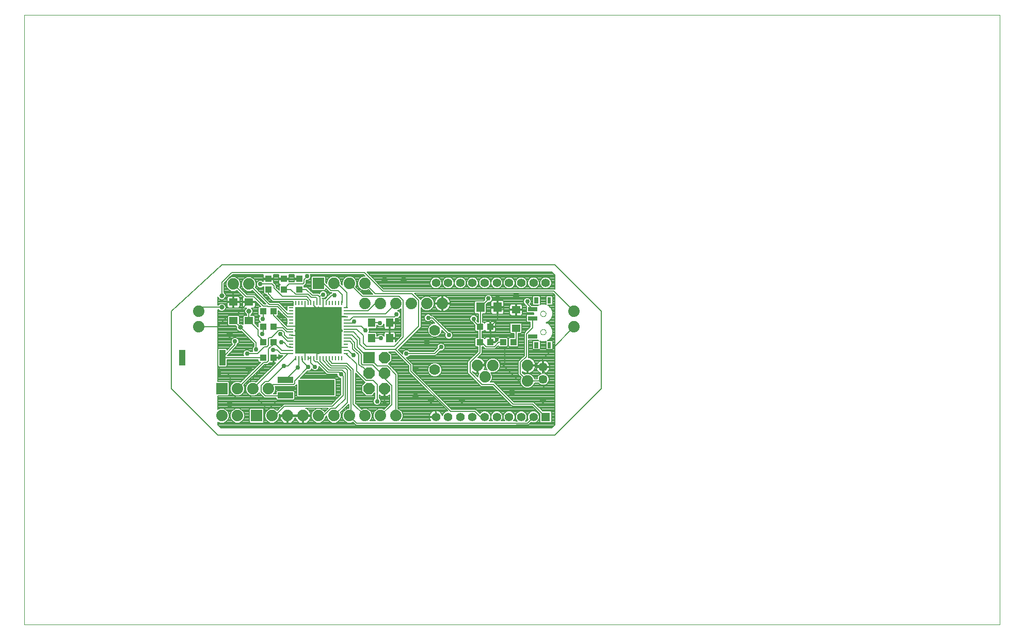
<source format=gtl>
G75*
%MOIN*%
%OFA0B0*%
%FSLAX25Y25*%
%IPPOS*%
%LPD*%
%AMOC8*
5,1,8,0,0,1.08239X$1,22.5*
%
%ADD10C,0.00000*%
%ADD11C,0.00800*%
%ADD12R,0.04000X0.10000*%
%ADD13R,0.04331X0.03937*%
%ADD14R,0.05512X0.04724*%
%ADD15C,0.07000*%
%ADD16C,0.07400*%
%ADD17R,0.07400X0.07400*%
%ADD18C,0.05600*%
%ADD19R,0.05600X0.05600*%
%ADD20R,0.04724X0.05512*%
%ADD21R,0.03937X0.04331*%
%ADD22R,0.01102X0.03150*%
%ADD23R,0.03150X0.01102*%
%ADD24R,0.30118X0.30118*%
%ADD25R,0.09843X0.03937*%
%ADD26R,0.23622X0.09843*%
%ADD27R,0.05512X0.06299*%
%ADD28C,0.05700*%
%ADD29R,0.05906X0.02756*%
%ADD30R,0.02362X0.03937*%
%ADD31R,0.03150X0.03937*%
%ADD32OC8,0.07400*%
%ADD33C,0.02978*%
%ADD34C,0.04159*%
%ADD35C,0.00600*%
%ADD36C,0.03175*%
D10*
X0001000Y0001000D02*
X0001000Y0394701D01*
X0630921Y0394701D01*
X0630921Y0001000D01*
X0001000Y0001000D01*
X0334228Y0190094D02*
X0334230Y0190178D01*
X0334236Y0190261D01*
X0334246Y0190344D01*
X0334260Y0190427D01*
X0334277Y0190509D01*
X0334299Y0190590D01*
X0334324Y0190669D01*
X0334353Y0190748D01*
X0334386Y0190825D01*
X0334422Y0190900D01*
X0334462Y0190974D01*
X0334505Y0191046D01*
X0334552Y0191115D01*
X0334602Y0191182D01*
X0334655Y0191247D01*
X0334711Y0191309D01*
X0334769Y0191369D01*
X0334831Y0191426D01*
X0334895Y0191479D01*
X0334962Y0191530D01*
X0335031Y0191577D01*
X0335102Y0191622D01*
X0335175Y0191662D01*
X0335250Y0191699D01*
X0335327Y0191733D01*
X0335405Y0191763D01*
X0335484Y0191789D01*
X0335565Y0191812D01*
X0335647Y0191830D01*
X0335729Y0191845D01*
X0335812Y0191856D01*
X0335895Y0191863D01*
X0335979Y0191866D01*
X0336063Y0191865D01*
X0336146Y0191860D01*
X0336230Y0191851D01*
X0336312Y0191838D01*
X0336394Y0191822D01*
X0336475Y0191801D01*
X0336556Y0191777D01*
X0336634Y0191749D01*
X0336712Y0191717D01*
X0336788Y0191681D01*
X0336862Y0191642D01*
X0336934Y0191600D01*
X0337004Y0191554D01*
X0337072Y0191505D01*
X0337137Y0191453D01*
X0337200Y0191398D01*
X0337260Y0191340D01*
X0337318Y0191279D01*
X0337372Y0191215D01*
X0337424Y0191149D01*
X0337472Y0191081D01*
X0337517Y0191010D01*
X0337558Y0190937D01*
X0337597Y0190863D01*
X0337631Y0190787D01*
X0337662Y0190709D01*
X0337689Y0190630D01*
X0337713Y0190549D01*
X0337732Y0190468D01*
X0337748Y0190386D01*
X0337760Y0190303D01*
X0337768Y0190219D01*
X0337772Y0190136D01*
X0337772Y0190052D01*
X0337768Y0189969D01*
X0337760Y0189885D01*
X0337748Y0189802D01*
X0337732Y0189720D01*
X0337713Y0189639D01*
X0337689Y0189558D01*
X0337662Y0189479D01*
X0337631Y0189401D01*
X0337597Y0189325D01*
X0337558Y0189251D01*
X0337517Y0189178D01*
X0337472Y0189107D01*
X0337424Y0189039D01*
X0337372Y0188973D01*
X0337318Y0188909D01*
X0337260Y0188848D01*
X0337200Y0188790D01*
X0337137Y0188735D01*
X0337072Y0188683D01*
X0337004Y0188634D01*
X0336934Y0188588D01*
X0336862Y0188546D01*
X0336788Y0188507D01*
X0336712Y0188471D01*
X0336634Y0188439D01*
X0336556Y0188411D01*
X0336475Y0188387D01*
X0336394Y0188366D01*
X0336312Y0188350D01*
X0336230Y0188337D01*
X0336146Y0188328D01*
X0336063Y0188323D01*
X0335979Y0188322D01*
X0335895Y0188325D01*
X0335812Y0188332D01*
X0335729Y0188343D01*
X0335647Y0188358D01*
X0335565Y0188376D01*
X0335484Y0188399D01*
X0335405Y0188425D01*
X0335327Y0188455D01*
X0335250Y0188489D01*
X0335175Y0188526D01*
X0335102Y0188566D01*
X0335031Y0188611D01*
X0334962Y0188658D01*
X0334895Y0188709D01*
X0334831Y0188762D01*
X0334769Y0188819D01*
X0334711Y0188879D01*
X0334655Y0188941D01*
X0334602Y0189006D01*
X0334552Y0189073D01*
X0334505Y0189142D01*
X0334462Y0189214D01*
X0334422Y0189288D01*
X0334386Y0189363D01*
X0334353Y0189440D01*
X0334324Y0189519D01*
X0334299Y0189598D01*
X0334277Y0189679D01*
X0334260Y0189761D01*
X0334246Y0189844D01*
X0334236Y0189927D01*
X0334230Y0190010D01*
X0334228Y0190094D01*
X0334228Y0201906D02*
X0334230Y0201990D01*
X0334236Y0202073D01*
X0334246Y0202156D01*
X0334260Y0202239D01*
X0334277Y0202321D01*
X0334299Y0202402D01*
X0334324Y0202481D01*
X0334353Y0202560D01*
X0334386Y0202637D01*
X0334422Y0202712D01*
X0334462Y0202786D01*
X0334505Y0202858D01*
X0334552Y0202927D01*
X0334602Y0202994D01*
X0334655Y0203059D01*
X0334711Y0203121D01*
X0334769Y0203181D01*
X0334831Y0203238D01*
X0334895Y0203291D01*
X0334962Y0203342D01*
X0335031Y0203389D01*
X0335102Y0203434D01*
X0335175Y0203474D01*
X0335250Y0203511D01*
X0335327Y0203545D01*
X0335405Y0203575D01*
X0335484Y0203601D01*
X0335565Y0203624D01*
X0335647Y0203642D01*
X0335729Y0203657D01*
X0335812Y0203668D01*
X0335895Y0203675D01*
X0335979Y0203678D01*
X0336063Y0203677D01*
X0336146Y0203672D01*
X0336230Y0203663D01*
X0336312Y0203650D01*
X0336394Y0203634D01*
X0336475Y0203613D01*
X0336556Y0203589D01*
X0336634Y0203561D01*
X0336712Y0203529D01*
X0336788Y0203493D01*
X0336862Y0203454D01*
X0336934Y0203412D01*
X0337004Y0203366D01*
X0337072Y0203317D01*
X0337137Y0203265D01*
X0337200Y0203210D01*
X0337260Y0203152D01*
X0337318Y0203091D01*
X0337372Y0203027D01*
X0337424Y0202961D01*
X0337472Y0202893D01*
X0337517Y0202822D01*
X0337558Y0202749D01*
X0337597Y0202675D01*
X0337631Y0202599D01*
X0337662Y0202521D01*
X0337689Y0202442D01*
X0337713Y0202361D01*
X0337732Y0202280D01*
X0337748Y0202198D01*
X0337760Y0202115D01*
X0337768Y0202031D01*
X0337772Y0201948D01*
X0337772Y0201864D01*
X0337768Y0201781D01*
X0337760Y0201697D01*
X0337748Y0201614D01*
X0337732Y0201532D01*
X0337713Y0201451D01*
X0337689Y0201370D01*
X0337662Y0201291D01*
X0337631Y0201213D01*
X0337597Y0201137D01*
X0337558Y0201063D01*
X0337517Y0200990D01*
X0337472Y0200919D01*
X0337424Y0200851D01*
X0337372Y0200785D01*
X0337318Y0200721D01*
X0337260Y0200660D01*
X0337200Y0200602D01*
X0337137Y0200547D01*
X0337072Y0200495D01*
X0337004Y0200446D01*
X0336934Y0200400D01*
X0336862Y0200358D01*
X0336788Y0200319D01*
X0336712Y0200283D01*
X0336634Y0200251D01*
X0336556Y0200223D01*
X0336475Y0200199D01*
X0336394Y0200178D01*
X0336312Y0200162D01*
X0336230Y0200149D01*
X0336146Y0200140D01*
X0336063Y0200135D01*
X0335979Y0200134D01*
X0335895Y0200137D01*
X0335812Y0200144D01*
X0335729Y0200155D01*
X0335647Y0200170D01*
X0335565Y0200188D01*
X0335484Y0200211D01*
X0335405Y0200237D01*
X0335327Y0200267D01*
X0335250Y0200301D01*
X0335175Y0200338D01*
X0335102Y0200378D01*
X0335031Y0200423D01*
X0334962Y0200470D01*
X0334895Y0200521D01*
X0334831Y0200574D01*
X0334769Y0200631D01*
X0334711Y0200691D01*
X0334655Y0200753D01*
X0334602Y0200818D01*
X0334552Y0200885D01*
X0334505Y0200954D01*
X0334462Y0201026D01*
X0334422Y0201100D01*
X0334386Y0201175D01*
X0334353Y0201252D01*
X0334324Y0201331D01*
X0334299Y0201410D01*
X0334277Y0201491D01*
X0334260Y0201573D01*
X0334246Y0201656D01*
X0334236Y0201739D01*
X0334230Y0201822D01*
X0334228Y0201906D01*
D11*
X0329828Y0202225D02*
X0322656Y0202225D01*
X0322656Y0201859D02*
X0322656Y0204006D01*
X0318900Y0204006D01*
X0318900Y0204805D01*
X0322656Y0204805D01*
X0322656Y0206952D01*
X0322560Y0207308D01*
X0322376Y0207627D01*
X0322116Y0207888D01*
X0321796Y0208072D01*
X0321440Y0208168D01*
X0318900Y0208168D01*
X0318900Y0204806D01*
X0318100Y0204806D01*
X0318100Y0208168D01*
X0315560Y0208168D01*
X0315204Y0208072D01*
X0314884Y0207888D01*
X0314624Y0207627D01*
X0314440Y0207308D01*
X0314344Y0206952D01*
X0314344Y0204805D01*
X0318100Y0204805D01*
X0318100Y0204006D01*
X0314344Y0204006D01*
X0314344Y0201859D01*
X0314440Y0201503D01*
X0314624Y0201184D01*
X0314884Y0200923D01*
X0315204Y0200739D01*
X0315560Y0200643D01*
X0318100Y0200643D01*
X0318100Y0204005D01*
X0318900Y0204005D01*
X0318900Y0200643D01*
X0321440Y0200643D01*
X0321796Y0200739D01*
X0322116Y0200923D01*
X0322376Y0201184D01*
X0322560Y0201503D01*
X0322656Y0201859D01*
X0322516Y0201426D02*
X0329828Y0201426D01*
X0329828Y0201331D02*
X0325743Y0201331D01*
X0325157Y0200745D01*
X0325157Y0197161D01*
X0325743Y0196575D01*
X0327710Y0196575D01*
X0327710Y0193467D01*
X0324578Y0190334D01*
X0323757Y0189514D01*
X0323757Y0174884D01*
X0320720Y0171847D01*
X0319900Y0171027D01*
X0319900Y0162620D01*
X0321823Y0160697D01*
X0321300Y0159435D01*
X0321300Y0157565D01*
X0322016Y0155838D01*
X0323338Y0154516D01*
X0325065Y0153800D01*
X0326935Y0153800D01*
X0328662Y0154516D01*
X0329984Y0155838D01*
X0330507Y0157100D01*
X0333018Y0157100D01*
X0333819Y0156299D01*
X0335234Y0155713D01*
X0336766Y0155713D01*
X0338181Y0156299D01*
X0339264Y0157382D01*
X0339850Y0158797D01*
X0339850Y0160329D01*
X0339264Y0161744D01*
X0338181Y0162827D01*
X0337031Y0163303D01*
X0337631Y0163498D01*
X0338227Y0163802D01*
X0338769Y0164195D01*
X0339242Y0164668D01*
X0339635Y0165210D01*
X0339939Y0165806D01*
X0340145Y0166442D01*
X0340250Y0167103D01*
X0340250Y0167148D01*
X0336289Y0167148D01*
X0336289Y0167726D01*
X0340250Y0167726D01*
X0340250Y0167771D01*
X0340145Y0168432D01*
X0339939Y0169068D01*
X0339635Y0169664D01*
X0339242Y0170206D01*
X0338769Y0170679D01*
X0338227Y0171072D01*
X0337631Y0171376D01*
X0336995Y0171582D01*
X0336334Y0171687D01*
X0336289Y0171687D01*
X0336289Y0167726D01*
X0335711Y0167726D01*
X0335711Y0167148D01*
X0335711Y0163413D01*
X0336289Y0163413D01*
X0336289Y0167148D01*
X0335711Y0167148D01*
X0331750Y0167148D01*
X0331750Y0167103D01*
X0331855Y0166442D01*
X0332061Y0165806D01*
X0332365Y0165210D01*
X0332758Y0164668D01*
X0333231Y0164195D01*
X0333773Y0163802D01*
X0334369Y0163498D01*
X0334969Y0163303D01*
X0333819Y0162827D01*
X0332736Y0161744D01*
X0332150Y0160329D01*
X0332150Y0159900D01*
X0330507Y0159900D01*
X0329984Y0161162D01*
X0328662Y0162484D01*
X0326935Y0163200D01*
X0325065Y0163200D01*
X0323803Y0162677D01*
X0322700Y0163780D01*
X0322700Y0164594D01*
X0323327Y0164138D01*
X0324042Y0163774D01*
X0324806Y0163526D01*
X0325599Y0163400D01*
X0325600Y0163400D01*
X0325600Y0168100D01*
X0326400Y0168100D01*
X0326400Y0168900D01*
X0331100Y0168900D01*
X0331100Y0168901D01*
X0330974Y0169694D01*
X0330726Y0170458D01*
X0330362Y0171173D01*
X0329890Y0171822D01*
X0329322Y0172390D01*
X0328673Y0172862D01*
X0327958Y0173226D01*
X0327194Y0173474D01*
X0326429Y0173596D01*
X0326557Y0173724D01*
X0326557Y0184764D01*
X0332477Y0184764D01*
X0332555Y0184841D01*
X0333141Y0184598D01*
X0329680Y0184598D01*
X0329094Y0184013D01*
X0329094Y0179247D01*
X0329680Y0178661D01*
X0333658Y0178661D01*
X0334244Y0179247D01*
X0334244Y0184013D01*
X0334024Y0184233D01*
X0334772Y0183923D01*
X0337228Y0183923D01*
X0337976Y0184233D01*
X0337756Y0184013D01*
X0337756Y0179247D01*
X0338342Y0178661D01*
X0341532Y0178661D01*
X0342118Y0179247D01*
X0342118Y0184013D01*
X0341532Y0184598D01*
X0338859Y0184598D01*
X0339496Y0184862D01*
X0341232Y0186599D01*
X0342172Y0188867D01*
X0342172Y0191322D01*
X0341232Y0193590D01*
X0339496Y0195327D01*
X0337870Y0196000D01*
X0339496Y0196673D01*
X0341232Y0198410D01*
X0342172Y0200678D01*
X0342172Y0203133D01*
X0341232Y0205401D01*
X0339496Y0207138D01*
X0338859Y0207402D01*
X0341532Y0207402D01*
X0342118Y0207987D01*
X0342118Y0212753D01*
X0341532Y0213339D01*
X0338342Y0213339D01*
X0337756Y0212753D01*
X0337756Y0207987D01*
X0337976Y0207767D01*
X0337228Y0208077D01*
X0334772Y0208077D01*
X0334024Y0207767D01*
X0334244Y0207987D01*
X0334244Y0212753D01*
X0333658Y0213339D01*
X0329680Y0213339D01*
X0329094Y0212753D01*
X0329094Y0207987D01*
X0329680Y0207402D01*
X0333141Y0207402D01*
X0332555Y0207159D01*
X0332477Y0207236D01*
X0328712Y0207236D01*
X0327734Y0208214D01*
X0327910Y0208390D01*
X0328289Y0209305D01*
X0328289Y0210295D01*
X0327910Y0211210D01*
X0327210Y0211910D01*
X0326295Y0212289D01*
X0325305Y0212289D01*
X0324390Y0211910D01*
X0323690Y0211210D01*
X0323311Y0210295D01*
X0323311Y0209305D01*
X0323690Y0208390D01*
X0324390Y0207690D01*
X0324400Y0207686D01*
X0324400Y0207589D01*
X0325248Y0206741D01*
X0325157Y0206650D01*
X0325157Y0203066D01*
X0325743Y0202480D01*
X0329828Y0202480D01*
X0329828Y0201331D01*
X0329110Y0198953D02*
X0329110Y0192887D01*
X0325157Y0188934D01*
X0325157Y0174304D01*
X0321300Y0170447D01*
X0321300Y0163200D01*
X0326000Y0158500D01*
X0334937Y0158500D01*
X0336000Y0159563D01*
X0338708Y0162299D02*
X0343500Y0162299D01*
X0343500Y0161501D02*
X0339365Y0161501D01*
X0339850Y0161158D02*
X0336000Y0165008D01*
X0336000Y0167437D01*
X0335469Y0167969D01*
X0335469Y0172598D01*
X0342118Y0179247D01*
X0342118Y0179618D01*
X0356000Y0193500D01*
X0343500Y0193441D02*
X0341294Y0193441D01*
X0341625Y0192643D02*
X0343500Y0192643D01*
X0343500Y0191844D02*
X0341955Y0191844D01*
X0342172Y0191046D02*
X0343500Y0191046D01*
X0343500Y0190247D02*
X0342172Y0190247D01*
X0342172Y0189449D02*
X0343500Y0189449D01*
X0343500Y0188650D02*
X0342082Y0188650D01*
X0341751Y0187852D02*
X0343500Y0187852D01*
X0343500Y0187053D02*
X0341420Y0187053D01*
X0340888Y0186255D02*
X0343500Y0186255D01*
X0343500Y0185456D02*
X0340090Y0185456D01*
X0339001Y0184658D02*
X0343500Y0184658D01*
X0343500Y0183859D02*
X0342118Y0183859D01*
X0342118Y0183061D02*
X0343500Y0183061D01*
X0343500Y0182262D02*
X0342118Y0182262D01*
X0342118Y0181464D02*
X0343500Y0181464D01*
X0343500Y0180665D02*
X0342118Y0180665D01*
X0342118Y0179867D02*
X0343500Y0179867D01*
X0343500Y0179068D02*
X0341939Y0179068D01*
X0343500Y0178270D02*
X0326557Y0178270D01*
X0326557Y0179068D02*
X0329274Y0179068D01*
X0329094Y0179867D02*
X0326557Y0179867D01*
X0326557Y0180665D02*
X0329094Y0180665D01*
X0329094Y0181464D02*
X0326557Y0181464D01*
X0326557Y0182262D02*
X0329094Y0182262D01*
X0329094Y0183061D02*
X0326557Y0183061D01*
X0326557Y0183859D02*
X0329094Y0183859D01*
X0326557Y0184658D02*
X0332998Y0184658D01*
X0334244Y0183859D02*
X0337756Y0183859D01*
X0337756Y0183061D02*
X0334244Y0183061D01*
X0334244Y0182262D02*
X0337756Y0182262D01*
X0337756Y0181464D02*
X0334244Y0181464D01*
X0334244Y0180665D02*
X0337756Y0180665D01*
X0337756Y0179867D02*
X0334244Y0179867D01*
X0334065Y0179068D02*
X0337935Y0179068D01*
X0343500Y0177471D02*
X0326557Y0177471D01*
X0326557Y0176672D02*
X0343500Y0176672D01*
X0343500Y0175874D02*
X0326557Y0175874D01*
X0326557Y0175075D02*
X0343500Y0175075D01*
X0343500Y0174277D02*
X0326557Y0174277D01*
X0327169Y0173478D02*
X0343500Y0173478D01*
X0343500Y0172680D02*
X0328923Y0172680D01*
X0329831Y0171881D02*
X0343500Y0171881D01*
X0343500Y0171083D02*
X0338206Y0171083D01*
X0339163Y0170284D02*
X0343500Y0170284D01*
X0343500Y0169486D02*
X0339726Y0169486D01*
X0340062Y0168687D02*
X0343500Y0168687D01*
X0343500Y0167889D02*
X0340231Y0167889D01*
X0340248Y0167090D02*
X0343500Y0167090D01*
X0343500Y0166292D02*
X0340097Y0166292D01*
X0339780Y0165493D02*
X0343500Y0165493D01*
X0343500Y0164695D02*
X0339261Y0164695D01*
X0338357Y0163896D02*
X0343500Y0163896D01*
X0343500Y0163098D02*
X0337527Y0163098D01*
X0336289Y0163896D02*
X0335711Y0163896D01*
X0335711Y0164695D02*
X0336289Y0164695D01*
X0336289Y0165493D02*
X0335711Y0165493D01*
X0335711Y0166292D02*
X0336289Y0166292D01*
X0336289Y0167090D02*
X0335711Y0167090D01*
X0335711Y0167726D02*
X0331750Y0167726D01*
X0331750Y0167771D01*
X0331855Y0168432D01*
X0332061Y0169068D01*
X0332365Y0169664D01*
X0332758Y0170206D01*
X0333231Y0170679D01*
X0333773Y0171072D01*
X0334369Y0171376D01*
X0335005Y0171582D01*
X0335666Y0171687D01*
X0335711Y0171687D01*
X0335711Y0167726D01*
X0335711Y0167889D02*
X0336289Y0167889D01*
X0336289Y0168687D02*
X0335711Y0168687D01*
X0335469Y0167969D02*
X0334937Y0168500D01*
X0326000Y0168500D01*
X0326400Y0168687D02*
X0331938Y0168687D01*
X0331769Y0167889D02*
X0331067Y0167889D01*
X0331100Y0168099D02*
X0331100Y0168100D01*
X0326400Y0168100D01*
X0326400Y0163400D01*
X0326401Y0163400D01*
X0327194Y0163526D01*
X0327958Y0163774D01*
X0328673Y0164138D01*
X0329322Y0164610D01*
X0329890Y0165178D01*
X0330362Y0165827D01*
X0330726Y0166542D01*
X0330974Y0167306D01*
X0331100Y0168099D01*
X0330904Y0167090D02*
X0331752Y0167090D01*
X0331903Y0166292D02*
X0330599Y0166292D01*
X0330119Y0165493D02*
X0332220Y0165493D01*
X0332739Y0164695D02*
X0329407Y0164695D01*
X0328198Y0163896D02*
X0333643Y0163896D01*
X0334473Y0163098D02*
X0327182Y0163098D01*
X0326400Y0163896D02*
X0325600Y0163896D01*
X0325600Y0164695D02*
X0326400Y0164695D01*
X0326400Y0165493D02*
X0325600Y0165493D01*
X0325600Y0166292D02*
X0326400Y0166292D01*
X0326400Y0167090D02*
X0325600Y0167090D01*
X0325600Y0167889D02*
X0326400Y0167889D01*
X0323802Y0163896D02*
X0322700Y0163896D01*
X0323382Y0163098D02*
X0324818Y0163098D01*
X0321818Y0160702D02*
X0303200Y0160702D01*
X0303200Y0160065D02*
X0303200Y0161935D01*
X0302484Y0163662D01*
X0302192Y0163954D01*
X0302565Y0163800D01*
X0304435Y0163800D01*
X0306162Y0164516D01*
X0307484Y0165838D01*
X0308200Y0167565D01*
X0308200Y0169435D01*
X0307484Y0171162D01*
X0306162Y0172484D01*
X0304435Y0173200D01*
X0302565Y0173200D01*
X0300838Y0172484D01*
X0299516Y0171162D01*
X0298800Y0169435D01*
X0298800Y0167565D01*
X0299516Y0165838D01*
X0299808Y0165546D01*
X0299435Y0165700D01*
X0297770Y0165700D01*
X0297862Y0165827D01*
X0298226Y0166542D01*
X0298474Y0167306D01*
X0298600Y0168099D01*
X0298600Y0168100D01*
X0293900Y0168100D01*
X0293900Y0168900D01*
X0298600Y0168900D01*
X0298600Y0168901D01*
X0298474Y0169694D01*
X0298226Y0170458D01*
X0297862Y0171173D01*
X0297390Y0171822D01*
X0296822Y0172390D01*
X0296173Y0172862D01*
X0295458Y0173226D01*
X0294694Y0173474D01*
X0293929Y0173596D01*
X0296554Y0176220D01*
X0296554Y0180531D01*
X0297287Y0180531D01*
X0298687Y0179131D01*
X0305006Y0179131D01*
X0306990Y0181116D01*
X0307574Y0180531D01*
X0312733Y0180531D01*
X0313319Y0181117D01*
X0313319Y0185883D01*
X0312733Y0186469D01*
X0312733Y0186468D02*
X0307574Y0186468D01*
X0306988Y0185883D01*
X0306988Y0184900D01*
X0306815Y0184900D01*
X0305015Y0183100D01*
X0302246Y0183100D01*
X0302246Y0183900D01*
X0301446Y0183900D01*
X0301446Y0186868D01*
X0299497Y0186868D01*
X0299141Y0186773D01*
X0298821Y0186589D01*
X0298561Y0186328D01*
X0298377Y0186009D01*
X0298319Y0185794D01*
X0298319Y0185883D01*
X0297733Y0186468D01*
X0296554Y0186468D01*
X0296554Y0190531D01*
X0297733Y0190531D01*
X0298319Y0191117D01*
X0298319Y0191206D01*
X0298377Y0190991D01*
X0298561Y0190672D01*
X0298821Y0190411D01*
X0299141Y0190227D01*
X0299497Y0190131D01*
X0301446Y0190131D01*
X0301446Y0193100D01*
X0302246Y0193100D01*
X0302246Y0190131D01*
X0304196Y0190131D01*
X0304552Y0190227D01*
X0304871Y0190411D01*
X0305132Y0190672D01*
X0305316Y0190991D01*
X0305412Y0191347D01*
X0305412Y0193100D01*
X0302246Y0193100D01*
X0302246Y0193900D01*
X0301446Y0193900D01*
X0301446Y0196868D01*
X0299497Y0196868D01*
X0299141Y0196773D01*
X0298821Y0196589D01*
X0298561Y0196328D01*
X0298377Y0196009D01*
X0298319Y0195794D01*
X0298319Y0195883D01*
X0297733Y0196468D01*
X0296888Y0196468D01*
X0296888Y0201850D01*
X0298658Y0201850D01*
X0299244Y0202436D01*
X0299244Y0207776D01*
X0300679Y0209211D01*
X0301195Y0209211D01*
X0302110Y0209590D01*
X0302810Y0210290D01*
X0303189Y0211205D01*
X0303189Y0212195D01*
X0302810Y0213110D01*
X0302110Y0213810D01*
X0301195Y0214189D01*
X0300205Y0214189D01*
X0299290Y0213810D01*
X0298590Y0213110D01*
X0298211Y0212195D01*
X0298211Y0211205D01*
X0298358Y0210850D01*
X0297658Y0210150D01*
X0292318Y0210150D01*
X0291732Y0209564D01*
X0291732Y0202436D01*
X0292318Y0201850D01*
X0294088Y0201850D01*
X0294088Y0196468D01*
X0293965Y0196468D01*
X0293277Y0197157D01*
X0293310Y0197190D01*
X0293689Y0198105D01*
X0293689Y0199095D01*
X0293310Y0200010D01*
X0292610Y0200710D01*
X0291695Y0201089D01*
X0290705Y0201089D01*
X0289790Y0200710D01*
X0289090Y0200010D01*
X0288711Y0199095D01*
X0288711Y0198105D01*
X0289090Y0197190D01*
X0289790Y0196490D01*
X0290121Y0196353D01*
X0291988Y0194485D01*
X0291988Y0191117D01*
X0292574Y0190531D01*
X0293754Y0190531D01*
X0293754Y0186468D01*
X0292574Y0186468D01*
X0291988Y0185883D01*
X0291988Y0181117D01*
X0292574Y0180531D01*
X0293754Y0180531D01*
X0293754Y0177380D01*
X0287400Y0171027D01*
X0287400Y0163473D01*
X0295973Y0154900D01*
X0303320Y0154900D01*
X0315300Y0142920D01*
X0316120Y0142100D01*
X0328767Y0142100D01*
X0333854Y0137013D01*
X0333854Y0131979D01*
X0334439Y0131393D01*
X0340868Y0131393D01*
X0341454Y0131979D01*
X0341454Y0138407D01*
X0340868Y0138993D01*
X0335833Y0138993D01*
X0330746Y0144080D01*
X0329926Y0144900D01*
X0317280Y0144900D01*
X0305300Y0156880D01*
X0304480Y0157700D01*
X0301847Y0157700D01*
X0302484Y0158338D01*
X0303200Y0160065D01*
X0303133Y0159904D02*
X0321494Y0159904D01*
X0321300Y0159105D02*
X0302802Y0159105D01*
X0302454Y0158307D02*
X0321300Y0158307D01*
X0321324Y0157508D02*
X0304672Y0157508D01*
X0305300Y0156880D02*
X0305300Y0156880D01*
X0305470Y0156710D02*
X0321654Y0156710D01*
X0321300Y0156553D02*
X0321300Y0157347D01*
X0310573Y0168073D01*
X0311333Y0168833D01*
X0311333Y0179131D01*
X0313319Y0181117D01*
X0313319Y0185883D01*
X0312733Y0186468D01*
X0312733Y0186469D02*
X0307574Y0186469D01*
X0304782Y0183677D01*
X0302023Y0183677D01*
X0302273Y0183927D01*
X0302273Y0193927D01*
X0306512Y0198165D01*
X0306512Y0206000D01*
X0306512Y0212212D01*
X0306700Y0212400D01*
X0306912Y0210550D02*
X0306912Y0206400D01*
X0310668Y0206400D01*
X0310668Y0209334D01*
X0310572Y0209690D01*
X0310388Y0210009D01*
X0310127Y0210270D01*
X0309808Y0210454D01*
X0309452Y0210550D01*
X0306912Y0210550D01*
X0306912Y0210210D02*
X0306112Y0210210D01*
X0306112Y0210550D02*
X0303572Y0210550D01*
X0303216Y0210454D01*
X0302896Y0210270D01*
X0302636Y0210009D01*
X0302451Y0209690D01*
X0302356Y0209334D01*
X0302356Y0206400D01*
X0306112Y0206400D01*
X0306112Y0210550D01*
X0306112Y0209411D02*
X0306912Y0209411D01*
X0306912Y0208613D02*
X0306112Y0208613D01*
X0306112Y0207814D02*
X0306912Y0207814D01*
X0306912Y0207016D02*
X0306112Y0207016D01*
X0306112Y0206400D02*
X0306912Y0206400D01*
X0306912Y0205600D01*
X0310668Y0205600D01*
X0310668Y0202666D01*
X0310572Y0202310D01*
X0310388Y0201991D01*
X0310127Y0201730D01*
X0309808Y0201546D01*
X0309452Y0201450D01*
X0306912Y0201450D01*
X0306912Y0205600D01*
X0306112Y0205600D01*
X0306112Y0201450D01*
X0303572Y0201450D01*
X0303216Y0201546D01*
X0302896Y0201730D01*
X0302636Y0201991D01*
X0302451Y0202310D01*
X0302356Y0202666D01*
X0302356Y0205600D01*
X0306112Y0205600D01*
X0306112Y0206400D01*
X0306112Y0206217D02*
X0299244Y0206217D01*
X0299244Y0205419D02*
X0302356Y0205419D01*
X0302356Y0204620D02*
X0299244Y0204620D01*
X0299244Y0203822D02*
X0302356Y0203822D01*
X0302356Y0203023D02*
X0299244Y0203023D01*
X0299033Y0202225D02*
X0302500Y0202225D01*
X0306112Y0202225D02*
X0306912Y0202225D01*
X0306912Y0203023D02*
X0306112Y0203023D01*
X0306112Y0203822D02*
X0306912Y0203822D01*
X0306912Y0204620D02*
X0306112Y0204620D01*
X0306112Y0205419D02*
X0306912Y0205419D01*
X0306512Y0206000D02*
X0308106Y0204406D01*
X0318500Y0204406D01*
X0318900Y0204620D02*
X0325157Y0204620D01*
X0325157Y0203822D02*
X0322656Y0203822D01*
X0322656Y0203023D02*
X0325200Y0203023D01*
X0325157Y0200628D02*
X0296888Y0200628D01*
X0296888Y0201426D02*
X0314484Y0201426D01*
X0314344Y0202225D02*
X0310523Y0202225D01*
X0310668Y0203023D02*
X0314344Y0203023D01*
X0314344Y0203822D02*
X0310668Y0203822D01*
X0310668Y0204620D02*
X0318100Y0204620D01*
X0318100Y0203822D02*
X0318900Y0203822D01*
X0318900Y0203023D02*
X0318100Y0203023D01*
X0318100Y0202225D02*
X0318900Y0202225D01*
X0318900Y0201426D02*
X0318100Y0201426D01*
X0318100Y0205419D02*
X0318900Y0205419D01*
X0318900Y0206217D02*
X0318100Y0206217D01*
X0318100Y0207016D02*
X0318900Y0207016D01*
X0318900Y0207814D02*
X0318100Y0207814D01*
X0314811Y0207814D02*
X0310668Y0207814D01*
X0310668Y0207016D02*
X0314361Y0207016D01*
X0314344Y0206217D02*
X0306912Y0206217D01*
X0306512Y0206000D02*
X0307800Y0206000D01*
X0310668Y0205419D02*
X0314344Y0205419D01*
X0310668Y0208613D02*
X0323598Y0208613D01*
X0323311Y0209411D02*
X0310647Y0209411D01*
X0310187Y0210210D02*
X0323311Y0210210D01*
X0323607Y0211008D02*
X0303108Y0211008D01*
X0303189Y0211807D02*
X0324287Y0211807D01*
X0325800Y0209800D02*
X0325800Y0208169D01*
X0329110Y0204858D01*
X0329267Y0207814D02*
X0328134Y0207814D01*
X0328002Y0208613D02*
X0329094Y0208613D01*
X0329094Y0209411D02*
X0328289Y0209411D01*
X0328289Y0210210D02*
X0329094Y0210210D01*
X0329094Y0211008D02*
X0327993Y0211008D01*
X0327313Y0211807D02*
X0329094Y0211807D01*
X0329094Y0212605D02*
X0303019Y0212605D01*
X0302516Y0213404D02*
X0343500Y0213404D01*
X0343500Y0214020D02*
X0342341Y0215180D01*
X0252947Y0215180D01*
X0256280Y0211847D01*
X0257001Y0211126D01*
X0257016Y0211162D01*
X0258338Y0212484D01*
X0260065Y0213200D01*
X0261935Y0213200D01*
X0263662Y0212484D01*
X0264984Y0211162D01*
X0265700Y0209435D01*
X0265700Y0207565D01*
X0264984Y0205838D01*
X0263662Y0204516D01*
X0261935Y0203800D01*
X0260065Y0203800D01*
X0258338Y0204516D01*
X0257100Y0205753D01*
X0257100Y0193220D01*
X0242509Y0178629D01*
X0245211Y0175927D01*
X0245211Y0176595D01*
X0245590Y0177510D01*
X0246290Y0178210D01*
X0247205Y0178589D01*
X0248195Y0178589D01*
X0249110Y0178210D01*
X0249810Y0177510D01*
X0249814Y0177500D01*
X0265220Y0177500D01*
X0267615Y0179895D01*
X0267611Y0179905D01*
X0267611Y0180895D01*
X0267990Y0181810D01*
X0268690Y0182510D01*
X0269605Y0182889D01*
X0270595Y0182889D01*
X0271510Y0182510D01*
X0272210Y0181810D01*
X0272589Y0180895D01*
X0272589Y0179905D01*
X0272210Y0178990D01*
X0271510Y0178290D01*
X0270595Y0177911D01*
X0269605Y0177911D01*
X0269595Y0177915D01*
X0267200Y0175520D01*
X0266380Y0174700D01*
X0249814Y0174700D01*
X0249810Y0174690D01*
X0249110Y0173990D01*
X0248195Y0173611D01*
X0247527Y0173611D01*
X0251059Y0170080D01*
X0251820Y0169318D01*
X0251820Y0165304D01*
X0276932Y0140193D01*
X0292481Y0140193D01*
X0293242Y0139431D01*
X0295195Y0137478D01*
X0296131Y0138414D01*
X0297528Y0138993D01*
X0299039Y0138993D01*
X0300436Y0138414D01*
X0301505Y0137345D01*
X0302083Y0135949D01*
X0302083Y0134437D01*
X0301505Y0133040D01*
X0301165Y0132700D01*
X0303276Y0132700D01*
X0302936Y0133040D01*
X0302357Y0134437D01*
X0302357Y0135949D01*
X0302936Y0137345D01*
X0304005Y0138414D01*
X0305402Y0138993D01*
X0306913Y0138993D01*
X0308310Y0138414D01*
X0309379Y0137345D01*
X0309957Y0135949D01*
X0309957Y0134437D01*
X0309379Y0133040D01*
X0309039Y0132700D01*
X0311150Y0132700D01*
X0310810Y0133040D01*
X0310231Y0134437D01*
X0310231Y0135949D01*
X0310810Y0137345D01*
X0311879Y0138414D01*
X0313276Y0138993D01*
X0314787Y0138993D01*
X0316184Y0138414D01*
X0317253Y0137345D01*
X0317831Y0135949D01*
X0317831Y0134437D01*
X0317253Y0133040D01*
X0316913Y0132700D01*
X0318592Y0132700D01*
X0318692Y0132600D01*
X0319124Y0132600D01*
X0318684Y0133040D01*
X0318106Y0134437D01*
X0318106Y0135949D01*
X0318684Y0137345D01*
X0319753Y0138414D01*
X0321150Y0138993D01*
X0322661Y0138993D01*
X0324058Y0138414D01*
X0325127Y0137345D01*
X0325705Y0135949D01*
X0325705Y0134437D01*
X0325127Y0133040D01*
X0324687Y0132600D01*
X0325348Y0132600D01*
X0326333Y0133585D01*
X0325980Y0134437D01*
X0325980Y0135949D01*
X0326558Y0137345D01*
X0327627Y0138414D01*
X0329024Y0138993D01*
X0330535Y0138993D01*
X0331932Y0138414D01*
X0333001Y0137345D01*
X0333580Y0135949D01*
X0333580Y0134437D01*
X0333001Y0133040D01*
X0331932Y0131971D01*
X0330535Y0131393D01*
X0329024Y0131393D01*
X0328171Y0131746D01*
X0326425Y0130000D01*
X0318692Y0130000D01*
X0318592Y0129900D01*
X0215120Y0129900D01*
X0214300Y0130720D01*
X0213197Y0131823D01*
X0211935Y0131300D01*
X0210065Y0131300D01*
X0208338Y0132016D01*
X0207016Y0133338D01*
X0206300Y0135065D01*
X0206300Y0136935D01*
X0207016Y0138662D01*
X0208338Y0139984D01*
X0210065Y0140700D01*
X0210610Y0140700D01*
X0210610Y0143630D01*
X0205177Y0138197D01*
X0205700Y0136935D01*
X0205700Y0135065D01*
X0204984Y0133338D01*
X0203662Y0132016D01*
X0201935Y0131300D01*
X0200065Y0131300D01*
X0198338Y0132016D01*
X0197016Y0133338D01*
X0196300Y0135065D01*
X0196300Y0135967D01*
X0195700Y0135367D01*
X0195700Y0135065D01*
X0194984Y0133338D01*
X0193662Y0132016D01*
X0191935Y0131300D01*
X0190065Y0131300D01*
X0188338Y0132016D01*
X0187016Y0133338D01*
X0186300Y0135065D01*
X0186300Y0136935D01*
X0187016Y0138662D01*
X0188338Y0139984D01*
X0190065Y0140700D01*
X0191935Y0140700D01*
X0193662Y0139984D01*
X0194984Y0138662D01*
X0194999Y0138626D01*
X0197173Y0140800D01*
X0182731Y0140800D01*
X0182958Y0140726D01*
X0183673Y0140362D01*
X0184322Y0139890D01*
X0184890Y0139322D01*
X0185362Y0138673D01*
X0185726Y0137958D01*
X0185974Y0137194D01*
X0186100Y0136401D01*
X0186100Y0136400D01*
X0181400Y0136400D01*
X0181400Y0135600D01*
X0186100Y0135600D01*
X0186100Y0135599D01*
X0185974Y0134806D01*
X0185726Y0134042D01*
X0185362Y0133327D01*
X0184890Y0132678D01*
X0184322Y0132110D01*
X0183673Y0131638D01*
X0182958Y0131274D01*
X0182194Y0131026D01*
X0181401Y0130900D01*
X0181400Y0130900D01*
X0181400Y0135600D01*
X0180600Y0135600D01*
X0180600Y0130900D01*
X0180599Y0130900D01*
X0179806Y0131026D01*
X0179042Y0131274D01*
X0178327Y0131638D01*
X0177678Y0132110D01*
X0177110Y0132678D01*
X0176638Y0133327D01*
X0176274Y0134042D01*
X0176026Y0134806D01*
X0176000Y0134967D01*
X0175974Y0134806D01*
X0175726Y0134042D01*
X0175362Y0133327D01*
X0174890Y0132678D01*
X0174322Y0132110D01*
X0173673Y0131638D01*
X0172958Y0131274D01*
X0172194Y0131026D01*
X0171401Y0130900D01*
X0171400Y0130900D01*
X0171400Y0135600D01*
X0171400Y0136400D01*
X0180600Y0136400D01*
X0180600Y0135600D01*
X0175900Y0135600D01*
X0171400Y0135600D01*
X0170600Y0135600D01*
X0170600Y0130900D01*
X0170599Y0130900D01*
X0169806Y0131026D01*
X0169042Y0131274D01*
X0168327Y0131638D01*
X0167678Y0132110D01*
X0167110Y0132678D01*
X0166638Y0133327D01*
X0166274Y0134042D01*
X0166026Y0134806D01*
X0165900Y0135599D01*
X0165900Y0135600D01*
X0170600Y0135600D01*
X0170600Y0136400D01*
X0165900Y0136400D01*
X0165900Y0136401D01*
X0166026Y0137194D01*
X0166050Y0137270D01*
X0165700Y0136920D01*
X0165700Y0135065D01*
X0164984Y0133338D01*
X0163662Y0132016D01*
X0161935Y0131300D01*
X0160065Y0131300D01*
X0158338Y0132016D01*
X0157016Y0133338D01*
X0156300Y0135065D01*
X0156300Y0136935D01*
X0157016Y0138662D01*
X0158338Y0139984D01*
X0160065Y0140700D01*
X0161935Y0140700D01*
X0163662Y0139984D01*
X0164233Y0139413D01*
X0168420Y0143600D01*
X0199320Y0143600D01*
X0205400Y0149680D01*
X0205400Y0160251D01*
X0204945Y0160251D01*
X0204030Y0160630D01*
X0203330Y0161330D01*
X0202951Y0162245D01*
X0202951Y0162666D01*
X0196358Y0162666D01*
X0191189Y0167835D01*
X0191189Y0167105D01*
X0190810Y0166190D01*
X0190110Y0165490D01*
X0189195Y0165111D01*
X0188205Y0165111D01*
X0187290Y0165490D01*
X0186592Y0166188D01*
X0186510Y0165990D01*
X0185810Y0165290D01*
X0184895Y0164911D01*
X0183905Y0164911D01*
X0183895Y0164915D01*
X0179101Y0160121D01*
X0201825Y0160121D01*
X0202411Y0159535D01*
X0202411Y0148865D01*
X0201825Y0148279D01*
X0177375Y0148279D01*
X0176789Y0148865D01*
X0176789Y0156105D01*
X0176101Y0155417D01*
X0175515Y0154831D01*
X0163036Y0154831D01*
X0163200Y0154435D01*
X0163200Y0152565D01*
X0162484Y0150838D01*
X0161847Y0150200D01*
X0163679Y0150200D01*
X0163679Y0151583D01*
X0164265Y0152168D01*
X0168893Y0152168D01*
X0169020Y0152296D01*
X0170180Y0152296D01*
X0170307Y0152168D01*
X0174935Y0152168D01*
X0175521Y0151583D01*
X0175521Y0146817D01*
X0174935Y0146231D01*
X0164265Y0146231D01*
X0163679Y0146817D01*
X0163679Y0147400D01*
X0155973Y0147400D01*
X0155153Y0148220D01*
X0155153Y0148220D01*
X0153220Y0150153D01*
X0153220Y0150153D01*
X0152499Y0150874D01*
X0152484Y0150838D01*
X0151162Y0149516D01*
X0149435Y0148800D01*
X0147565Y0148800D01*
X0145838Y0149516D01*
X0144516Y0150838D01*
X0143800Y0152565D01*
X0143800Y0154435D01*
X0144516Y0156162D01*
X0145838Y0157484D01*
X0147565Y0158200D01*
X0149435Y0158200D01*
X0150697Y0157677D01*
X0163152Y0170131D01*
X0162246Y0170131D01*
X0162246Y0173100D01*
X0161446Y0173100D01*
X0161446Y0170131D01*
X0159497Y0170131D01*
X0159352Y0170170D01*
X0159261Y0170079D01*
X0158313Y0169131D01*
X0156111Y0169131D01*
X0142677Y0155697D01*
X0143200Y0154435D01*
X0143200Y0152565D01*
X0142484Y0150838D01*
X0141162Y0149516D01*
X0139435Y0148800D01*
X0137565Y0148800D01*
X0135838Y0149516D01*
X0134516Y0150838D01*
X0133800Y0152565D01*
X0133800Y0154435D01*
X0134516Y0156162D01*
X0135838Y0157484D01*
X0137565Y0158200D01*
X0139435Y0158200D01*
X0140697Y0157677D01*
X0153552Y0170531D01*
X0152574Y0170531D01*
X0151988Y0171117D01*
X0151988Y0172112D01*
X0131800Y0172189D01*
X0131800Y0168186D01*
X0131214Y0167600D01*
X0126386Y0167600D01*
X0126000Y0167986D01*
X0126000Y0158200D01*
X0132614Y0158200D01*
X0133200Y0157614D01*
X0133200Y0149386D01*
X0132614Y0148800D01*
X0126000Y0148800D01*
X0126000Y0140052D01*
X0127565Y0140700D01*
X0129435Y0140700D01*
X0131162Y0139984D01*
X0132484Y0138662D01*
X0133200Y0136935D01*
X0133200Y0135065D01*
X0132484Y0133338D01*
X0131162Y0132016D01*
X0129435Y0131300D01*
X0127565Y0131300D01*
X0126000Y0131948D01*
X0126000Y0130288D01*
X0127988Y0128300D01*
X0341512Y0128300D01*
X0343500Y0130288D01*
X0343500Y0214020D01*
X0343318Y0214203D02*
X0253924Y0214203D01*
X0253126Y0215001D02*
X0342519Y0215001D01*
X0342920Y0216580D02*
X0232467Y0216580D01*
X0220558Y0228489D01*
X0134862Y0228489D01*
X0128500Y0222127D01*
X0128500Y0213500D01*
X0131087Y0213404D02*
X0141616Y0213404D01*
X0142258Y0212762D02*
X0142124Y0212627D01*
X0141940Y0212308D01*
X0141844Y0211952D01*
X0141844Y0209805D01*
X0145600Y0209805D01*
X0145600Y0209006D01*
X0141844Y0209006D01*
X0141844Y0206859D01*
X0141940Y0206503D01*
X0142124Y0206184D01*
X0142384Y0205923D01*
X0142704Y0205739D01*
X0143060Y0205643D01*
X0144484Y0205643D01*
X0143807Y0204966D01*
X0143413Y0204015D01*
X0143413Y0202985D01*
X0143807Y0202034D01*
X0144534Y0201307D01*
X0144600Y0201279D01*
X0144600Y0200957D01*
X0142830Y0200957D01*
X0142244Y0200371D01*
X0142244Y0195009D01*
X0142013Y0195241D01*
X0141062Y0195635D01*
X0140033Y0195635D01*
X0139967Y0195607D01*
X0139756Y0195818D01*
X0139756Y0200371D01*
X0139170Y0200957D01*
X0132830Y0200957D01*
X0125800Y0193927D01*
X0125373Y0193500D01*
X0113500Y0193500D01*
X0125800Y0193927D02*
X0125800Y0168186D01*
X0126900Y0167086D01*
X0126900Y0163500D01*
X0131853Y0163500D01*
X0133800Y0161553D01*
X0133800Y0151553D01*
X0138006Y0147347D01*
X0148006Y0147347D01*
X0151053Y0147347D01*
X0156300Y0142100D01*
X0156300Y0137947D01*
X0164585Y0146231D01*
X0174935Y0146231D01*
X0175521Y0146817D01*
X0175521Y0151583D01*
X0174808Y0152296D01*
X0167347Y0152296D01*
X0165900Y0153743D01*
X0164015Y0151919D02*
X0162932Y0151919D01*
X0163200Y0152717D02*
X0176789Y0152717D01*
X0176789Y0151919D02*
X0175185Y0151919D01*
X0175521Y0151120D02*
X0176789Y0151120D01*
X0176789Y0150322D02*
X0175521Y0150322D01*
X0175521Y0149523D02*
X0176789Y0149523D01*
X0176929Y0148725D02*
X0175521Y0148725D01*
X0175521Y0147926D02*
X0203646Y0147926D01*
X0202848Y0147128D02*
X0175521Y0147128D01*
X0175033Y0146329D02*
X0202049Y0146329D01*
X0201251Y0145531D02*
X0126000Y0145531D01*
X0126000Y0146329D02*
X0164167Y0146329D01*
X0163679Y0147128D02*
X0126000Y0147128D01*
X0126000Y0147926D02*
X0155447Y0147926D01*
X0154649Y0148725D02*
X0126000Y0148725D01*
X0126000Y0144732D02*
X0200452Y0144732D01*
X0199654Y0143934D02*
X0126000Y0143934D01*
X0126000Y0143135D02*
X0167955Y0143135D01*
X0167157Y0142337D02*
X0126000Y0142337D01*
X0126000Y0141538D02*
X0166358Y0141538D01*
X0165560Y0140739D02*
X0126000Y0140739D01*
X0131206Y0139941D02*
X0135794Y0139941D01*
X0135838Y0139984D02*
X0134516Y0138662D01*
X0133800Y0136935D01*
X0133800Y0135065D01*
X0134516Y0133338D01*
X0135838Y0132016D01*
X0137565Y0131300D01*
X0139435Y0131300D01*
X0141162Y0132016D01*
X0142484Y0133338D01*
X0143200Y0135065D01*
X0143200Y0136935D01*
X0142484Y0138662D01*
X0141162Y0139984D01*
X0139435Y0140700D01*
X0137565Y0140700D01*
X0135838Y0139984D01*
X0134996Y0139142D02*
X0132004Y0139142D01*
X0132616Y0138344D02*
X0134384Y0138344D01*
X0134053Y0137545D02*
X0132947Y0137545D01*
X0133200Y0136747D02*
X0133800Y0136747D01*
X0133800Y0135948D02*
X0133200Y0135948D01*
X0133200Y0135150D02*
X0133800Y0135150D01*
X0134096Y0134351D02*
X0132904Y0134351D01*
X0132574Y0133553D02*
X0134426Y0133553D01*
X0135099Y0132754D02*
X0131901Y0132754D01*
X0131018Y0131956D02*
X0135982Y0131956D01*
X0141018Y0131956D02*
X0146300Y0131956D01*
X0146300Y0131886D02*
X0146886Y0131300D01*
X0155114Y0131300D01*
X0155700Y0131886D01*
X0155700Y0140114D01*
X0155114Y0140700D01*
X0146886Y0140700D01*
X0146300Y0140114D01*
X0146300Y0131886D01*
X0146300Y0132754D02*
X0141901Y0132754D01*
X0142574Y0133553D02*
X0146300Y0133553D01*
X0146300Y0134351D02*
X0142904Y0134351D01*
X0143200Y0135150D02*
X0146300Y0135150D01*
X0146300Y0135948D02*
X0143200Y0135948D01*
X0143200Y0136747D02*
X0146300Y0136747D01*
X0146300Y0137545D02*
X0142947Y0137545D01*
X0142616Y0138344D02*
X0146300Y0138344D01*
X0146300Y0139142D02*
X0142004Y0139142D01*
X0141206Y0139941D02*
X0146300Y0139941D01*
X0155700Y0139941D02*
X0158294Y0139941D01*
X0157496Y0139142D02*
X0155700Y0139142D01*
X0155700Y0138344D02*
X0156884Y0138344D01*
X0156300Y0137947D02*
X0156300Y0134053D01*
X0159053Y0131300D01*
X0162947Y0131300D01*
X0167647Y0136000D01*
X0171000Y0136000D01*
X0171400Y0135948D02*
X0180600Y0135948D01*
X0181000Y0136000D02*
X0179700Y0136000D01*
X0178900Y0135200D01*
X0180600Y0135150D02*
X0181400Y0135150D01*
X0181400Y0135948D02*
X0186300Y0135948D01*
X0186300Y0135150D02*
X0186029Y0135150D01*
X0185827Y0134351D02*
X0186596Y0134351D01*
X0186926Y0133553D02*
X0185477Y0133553D01*
X0184946Y0132754D02*
X0187599Y0132754D01*
X0188482Y0131956D02*
X0184110Y0131956D01*
X0182600Y0131157D02*
X0213863Y0131157D01*
X0214661Y0130359D02*
X0126000Y0130359D01*
X0126000Y0131157D02*
X0169400Y0131157D01*
X0170600Y0131157D02*
X0171400Y0131157D01*
X0171400Y0131956D02*
X0170600Y0131956D01*
X0170600Y0132754D02*
X0171400Y0132754D01*
X0171400Y0133553D02*
X0170600Y0133553D01*
X0170600Y0134351D02*
X0171400Y0134351D01*
X0171400Y0135150D02*
X0170600Y0135150D01*
X0170600Y0135948D02*
X0165700Y0135948D01*
X0165700Y0135150D02*
X0165971Y0135150D01*
X0166173Y0134351D02*
X0165404Y0134351D01*
X0165074Y0133553D02*
X0166523Y0133553D01*
X0167054Y0132754D02*
X0164401Y0132754D01*
X0163518Y0131956D02*
X0167890Y0131956D01*
X0172600Y0131157D02*
X0179400Y0131157D01*
X0180600Y0131157D02*
X0181400Y0131157D01*
X0181400Y0131956D02*
X0180600Y0131956D01*
X0180600Y0132754D02*
X0181400Y0132754D01*
X0181400Y0133553D02*
X0180600Y0133553D01*
X0180600Y0134351D02*
X0181400Y0134351D01*
X0177890Y0131956D02*
X0174110Y0131956D01*
X0174946Y0132754D02*
X0177054Y0132754D01*
X0176523Y0133553D02*
X0175477Y0133553D01*
X0175827Y0134351D02*
X0176173Y0134351D01*
X0165955Y0136747D02*
X0165700Y0136747D01*
X0162800Y0136000D02*
X0169000Y0142200D01*
X0199900Y0142200D01*
X0206800Y0149100D01*
X0206800Y0161380D01*
X0205440Y0162740D01*
X0204114Y0164066D01*
X0196938Y0164066D01*
X0190296Y0170709D01*
X0189050Y0170709D01*
X0188047Y0171712D01*
X0188047Y0173283D01*
X0190000Y0173299D02*
X0190000Y0177200D01*
X0189700Y0177500D01*
X0182142Y0177500D01*
X0182142Y0179642D01*
X0189350Y0186850D01*
X0190600Y0187053D02*
X0191400Y0187053D01*
X0191400Y0186255D02*
X0190600Y0186255D01*
X0190600Y0185456D02*
X0191400Y0185456D01*
X0191400Y0184658D02*
X0190600Y0184658D01*
X0190600Y0183859D02*
X0191400Y0183859D01*
X0191400Y0183061D02*
X0190600Y0183061D01*
X0190600Y0182262D02*
X0191400Y0182262D01*
X0191400Y0181464D02*
X0190600Y0181464D01*
X0190600Y0180665D02*
X0191400Y0180665D01*
X0191400Y0179867D02*
X0190600Y0179867D01*
X0190600Y0179068D02*
X0191400Y0179068D01*
X0191400Y0178270D02*
X0190600Y0178270D01*
X0190600Y0177471D02*
X0191400Y0177471D01*
X0191400Y0176672D02*
X0190600Y0176672D01*
X0190600Y0176258D02*
X0190600Y0190600D01*
X0175858Y0190600D01*
X0175858Y0190981D01*
X0175839Y0191000D01*
X0175858Y0191019D01*
X0175858Y0191400D01*
X0190600Y0191400D01*
X0190600Y0206142D01*
X0190981Y0206142D01*
X0191000Y0206161D01*
X0191019Y0206142D01*
X0191400Y0206142D01*
X0191400Y0191400D01*
X0206142Y0191400D01*
X0206142Y0191019D01*
X0206161Y0191000D01*
X0206142Y0190981D01*
X0206142Y0190600D01*
X0191400Y0190600D01*
X0191400Y0191400D01*
X0190600Y0191400D01*
X0190600Y0190600D01*
X0191400Y0190600D01*
X0191400Y0175994D01*
X0191107Y0176163D01*
X0190751Y0176258D01*
X0190600Y0176258D01*
X0190000Y0173299D02*
X0190016Y0173283D01*
X0191984Y0173283D02*
X0191984Y0171000D01*
X0197518Y0165466D01*
X0206234Y0165466D01*
X0208200Y0163500D01*
X0208200Y0146900D01*
X0202000Y0140700D01*
X0199053Y0140700D01*
X0194353Y0136000D01*
X0191000Y0136000D01*
X0194401Y0132754D02*
X0197599Y0132754D01*
X0196926Y0133553D02*
X0195074Y0133553D01*
X0195404Y0134351D02*
X0196596Y0134351D01*
X0196300Y0135150D02*
X0195700Y0135150D01*
X0196281Y0135948D02*
X0196300Y0135948D01*
X0195516Y0139142D02*
X0194504Y0139142D01*
X0193706Y0139941D02*
X0196314Y0139941D01*
X0197113Y0140739D02*
X0182917Y0140739D01*
X0184252Y0139941D02*
X0188294Y0139941D01*
X0187496Y0139142D02*
X0185021Y0139142D01*
X0185530Y0138344D02*
X0186884Y0138344D01*
X0186553Y0137545D02*
X0185860Y0137545D01*
X0186045Y0136747D02*
X0186300Y0136747D01*
X0193518Y0131956D02*
X0198482Y0131956D01*
X0201000Y0136000D02*
X0209600Y0144600D01*
X0209600Y0165640D01*
X0208374Y0166866D01*
X0198786Y0166866D01*
X0197744Y0167909D01*
X0197733Y0167909D01*
X0193953Y0171689D01*
X0193953Y0173283D01*
X0195921Y0173283D02*
X0195921Y0171700D01*
X0198313Y0169309D01*
X0198324Y0169309D01*
X0199366Y0168266D01*
X0208954Y0168266D01*
X0212010Y0165210D01*
X0212010Y0137010D01*
X0211000Y0136000D01*
X0215700Y0131300D01*
X0318013Y0131300D01*
X0318970Y0132754D02*
X0316967Y0132754D01*
X0317465Y0133553D02*
X0318472Y0133553D01*
X0318141Y0134351D02*
X0317796Y0134351D01*
X0317831Y0135150D02*
X0318106Y0135150D01*
X0318106Y0135948D02*
X0317831Y0135948D01*
X0317501Y0136747D02*
X0318436Y0136747D01*
X0318884Y0137545D02*
X0317053Y0137545D01*
X0316254Y0138344D02*
X0319683Y0138344D01*
X0324128Y0138344D02*
X0327557Y0138344D01*
X0326758Y0137545D02*
X0324927Y0137545D01*
X0325375Y0136747D02*
X0326310Y0136747D01*
X0325980Y0135948D02*
X0325705Y0135948D01*
X0325705Y0135150D02*
X0325980Y0135150D01*
X0326015Y0134351D02*
X0325670Y0134351D01*
X0325339Y0133553D02*
X0326301Y0133553D01*
X0325503Y0132754D02*
X0324841Y0132754D01*
X0326784Y0130359D02*
X0343500Y0130359D01*
X0343500Y0131157D02*
X0327582Y0131157D01*
X0331894Y0131956D02*
X0333876Y0131956D01*
X0333854Y0132754D02*
X0332715Y0132754D01*
X0333213Y0133553D02*
X0333854Y0133553D01*
X0333854Y0134351D02*
X0333544Y0134351D01*
X0333580Y0135150D02*
X0333854Y0135150D01*
X0333854Y0135948D02*
X0333580Y0135948D01*
X0333854Y0136747D02*
X0333249Y0136747D01*
X0333321Y0137545D02*
X0332801Y0137545D01*
X0332523Y0138344D02*
X0332002Y0138344D01*
X0331724Y0139142D02*
X0293531Y0139142D01*
X0294329Y0138344D02*
X0296061Y0138344D01*
X0295262Y0137545D02*
X0295128Y0137545D01*
X0292732Y0139941D02*
X0330926Y0139941D01*
X0330127Y0140739D02*
X0276385Y0140739D01*
X0275587Y0141538D02*
X0329329Y0141538D01*
X0329346Y0143500D02*
X0316700Y0143500D01*
X0303900Y0156300D01*
X0296553Y0156300D01*
X0288800Y0164053D01*
X0288800Y0170447D01*
X0295154Y0176800D01*
X0295154Y0183500D01*
X0296298Y0183500D01*
X0299267Y0180531D01*
X0304426Y0180531D01*
X0307395Y0183500D01*
X0310154Y0183500D01*
X0313319Y0183859D02*
X0313681Y0183859D01*
X0313681Y0183061D02*
X0313319Y0183061D01*
X0313319Y0182262D02*
X0313681Y0182262D01*
X0313681Y0181464D02*
X0313319Y0181464D01*
X0313681Y0181117D02*
X0314267Y0180531D01*
X0319426Y0180531D01*
X0320012Y0181117D01*
X0320012Y0185883D01*
X0319900Y0185995D01*
X0319900Y0189232D01*
X0321670Y0189232D01*
X0322256Y0189818D01*
X0322256Y0195371D01*
X0321670Y0195957D01*
X0315330Y0195957D01*
X0314744Y0195371D01*
X0314744Y0189818D01*
X0315330Y0189232D01*
X0317100Y0189232D01*
X0317100Y0186468D01*
X0314267Y0186468D01*
X0313681Y0185883D01*
X0313681Y0181117D01*
X0314133Y0180665D02*
X0312867Y0180665D01*
X0313319Y0184658D02*
X0313681Y0184658D01*
X0313681Y0185456D02*
X0313319Y0185456D01*
X0312947Y0186255D02*
X0314053Y0186255D01*
X0317100Y0187053D02*
X0296554Y0187053D01*
X0296554Y0187852D02*
X0317100Y0187852D01*
X0317100Y0188650D02*
X0296554Y0188650D01*
X0296554Y0189449D02*
X0315113Y0189449D01*
X0314744Y0190247D02*
X0304587Y0190247D01*
X0305331Y0191046D02*
X0314744Y0191046D01*
X0314744Y0191844D02*
X0305412Y0191844D01*
X0305412Y0192643D02*
X0314744Y0192643D01*
X0314744Y0193441D02*
X0302246Y0193441D01*
X0301846Y0193500D02*
X0302273Y0193927D01*
X0302246Y0193900D02*
X0302246Y0196868D01*
X0304196Y0196868D01*
X0304552Y0196773D01*
X0304871Y0196589D01*
X0305132Y0196328D01*
X0305316Y0196009D01*
X0305412Y0195653D01*
X0305412Y0193900D01*
X0302246Y0193900D01*
X0302246Y0194240D02*
X0301446Y0194240D01*
X0301446Y0195038D02*
X0302246Y0195038D01*
X0302246Y0195837D02*
X0301446Y0195837D01*
X0301446Y0196635D02*
X0302246Y0196635D01*
X0304791Y0196635D02*
X0325683Y0196635D01*
X0325157Y0197434D02*
X0296888Y0197434D01*
X0296888Y0198232D02*
X0325157Y0198232D01*
X0325157Y0199031D02*
X0296888Y0199031D01*
X0296888Y0199829D02*
X0325157Y0199829D01*
X0327710Y0195837D02*
X0321790Y0195837D01*
X0322256Y0195038D02*
X0327710Y0195038D01*
X0327710Y0194240D02*
X0322256Y0194240D01*
X0322256Y0193441D02*
X0327685Y0193441D01*
X0326886Y0192643D02*
X0322256Y0192643D01*
X0322256Y0191844D02*
X0326088Y0191844D01*
X0325289Y0191046D02*
X0322256Y0191046D01*
X0322256Y0190247D02*
X0324491Y0190247D01*
X0323757Y0189449D02*
X0321887Y0189449D01*
X0323757Y0188650D02*
X0319900Y0188650D01*
X0319900Y0187852D02*
X0323757Y0187852D01*
X0323757Y0187053D02*
X0319900Y0187053D01*
X0319900Y0186255D02*
X0323757Y0186255D01*
X0323757Y0185456D02*
X0320012Y0185456D01*
X0320012Y0184658D02*
X0323757Y0184658D01*
X0323757Y0183859D02*
X0320012Y0183859D01*
X0320012Y0183061D02*
X0323757Y0183061D01*
X0323757Y0182262D02*
X0320012Y0182262D01*
X0320012Y0181464D02*
X0323757Y0181464D01*
X0323757Y0180665D02*
X0319560Y0180665D01*
X0316846Y0183500D02*
X0318500Y0185154D01*
X0318500Y0192594D01*
X0314744Y0194240D02*
X0305412Y0194240D01*
X0305412Y0195038D02*
X0314744Y0195038D01*
X0315210Y0195837D02*
X0305363Y0195837D01*
X0302246Y0192643D02*
X0301446Y0192643D01*
X0301446Y0191844D02*
X0302246Y0191844D01*
X0302246Y0191046D02*
X0301446Y0191046D01*
X0301446Y0190247D02*
X0302246Y0190247D01*
X0299106Y0190247D02*
X0296554Y0190247D01*
X0298247Y0191046D02*
X0298362Y0191046D01*
X0295154Y0193300D02*
X0291200Y0197254D01*
X0291200Y0198600D01*
X0293411Y0197434D02*
X0294088Y0197434D01*
X0294088Y0198232D02*
X0293689Y0198232D01*
X0293689Y0199031D02*
X0294088Y0199031D01*
X0294088Y0199829D02*
X0293385Y0199829D01*
X0292692Y0200628D02*
X0294088Y0200628D01*
X0294088Y0201426D02*
X0262929Y0201426D01*
X0263210Y0201310D02*
X0262295Y0201689D01*
X0261305Y0201689D01*
X0260390Y0201310D01*
X0259690Y0200610D01*
X0259311Y0199695D01*
X0259311Y0198705D01*
X0259690Y0197790D01*
X0260390Y0197090D01*
X0261305Y0196711D01*
X0262295Y0196711D01*
X0263210Y0197090D01*
X0263900Y0197780D01*
X0265884Y0195795D01*
X0265105Y0195795D01*
X0263451Y0195110D01*
X0262185Y0193844D01*
X0261500Y0192190D01*
X0261500Y0190400D01*
X0262185Y0188746D01*
X0263451Y0187480D01*
X0265105Y0186795D01*
X0266895Y0186795D01*
X0268549Y0187480D01*
X0269815Y0188746D01*
X0270500Y0190400D01*
X0270500Y0191179D01*
X0272779Y0188900D01*
X0272611Y0188495D01*
X0272611Y0187505D01*
X0272990Y0186590D01*
X0273690Y0185890D01*
X0274605Y0185511D01*
X0275595Y0185511D01*
X0276510Y0185890D01*
X0277210Y0186590D01*
X0277589Y0187505D01*
X0277589Y0188495D01*
X0277210Y0189410D01*
X0276510Y0190110D01*
X0275595Y0190489D01*
X0275150Y0190489D01*
X0265039Y0200600D01*
X0263914Y0200600D01*
X0263910Y0200610D01*
X0263210Y0201310D01*
X0263892Y0200628D02*
X0289708Y0200628D01*
X0289015Y0199829D02*
X0265810Y0199829D01*
X0266608Y0199031D02*
X0288711Y0199031D01*
X0288711Y0198232D02*
X0267407Y0198232D01*
X0268205Y0197434D02*
X0288989Y0197434D01*
X0289645Y0196635D02*
X0269004Y0196635D01*
X0269802Y0195837D02*
X0290637Y0195837D01*
X0291435Y0195038D02*
X0270601Y0195038D01*
X0271399Y0194240D02*
X0291988Y0194240D01*
X0291988Y0193441D02*
X0272198Y0193441D01*
X0272996Y0192643D02*
X0291988Y0192643D01*
X0291988Y0191844D02*
X0273795Y0191844D01*
X0274593Y0191046D02*
X0292060Y0191046D01*
X0293754Y0190247D02*
X0276179Y0190247D01*
X0277171Y0189449D02*
X0293754Y0189449D01*
X0293754Y0188650D02*
X0277525Y0188650D01*
X0277589Y0187852D02*
X0293754Y0187852D01*
X0293754Y0187053D02*
X0277402Y0187053D01*
X0276875Y0186255D02*
X0292360Y0186255D01*
X0291988Y0185456D02*
X0249336Y0185456D01*
X0248537Y0184658D02*
X0291988Y0184658D01*
X0291988Y0183859D02*
X0247739Y0183859D01*
X0246940Y0183061D02*
X0291988Y0183061D01*
X0291988Y0182262D02*
X0271758Y0182262D01*
X0272353Y0181464D02*
X0291988Y0181464D01*
X0292440Y0180665D02*
X0272589Y0180665D01*
X0272573Y0179867D02*
X0293754Y0179867D01*
X0293754Y0179068D02*
X0272242Y0179068D01*
X0271461Y0178270D02*
X0293754Y0178270D01*
X0293754Y0177471D02*
X0269151Y0177471D01*
X0268352Y0176672D02*
X0293046Y0176672D01*
X0292247Y0175874D02*
X0267554Y0175874D01*
X0266755Y0175075D02*
X0291449Y0175075D01*
X0290650Y0174277D02*
X0249397Y0174277D01*
X0248459Y0172680D02*
X0289053Y0172680D01*
X0288255Y0171881D02*
X0249257Y0171881D01*
X0250056Y0171083D02*
X0287456Y0171083D01*
X0287400Y0170284D02*
X0250854Y0170284D01*
X0251653Y0169486D02*
X0263417Y0169486D01*
X0263451Y0169520D02*
X0262185Y0168254D01*
X0261500Y0166600D01*
X0261500Y0164810D01*
X0262185Y0163156D01*
X0263451Y0161890D01*
X0265105Y0161205D01*
X0266895Y0161205D01*
X0268549Y0161890D01*
X0269815Y0163156D01*
X0270500Y0164810D01*
X0270500Y0166600D01*
X0269815Y0168254D01*
X0268549Y0169520D01*
X0266895Y0170205D01*
X0265105Y0170205D01*
X0263451Y0169520D01*
X0262619Y0168687D02*
X0251820Y0168687D01*
X0251820Y0167889D02*
X0262034Y0167889D01*
X0261703Y0167090D02*
X0251820Y0167090D01*
X0251820Y0166292D02*
X0261500Y0166292D01*
X0261500Y0165493D02*
X0251820Y0165493D01*
X0252430Y0164695D02*
X0261548Y0164695D01*
X0261878Y0163896D02*
X0253228Y0163896D01*
X0254027Y0163098D02*
X0262243Y0163098D01*
X0263041Y0162299D02*
X0254825Y0162299D01*
X0255624Y0161501D02*
X0264390Y0161501D01*
X0267610Y0161501D02*
X0289372Y0161501D01*
X0288574Y0162299D02*
X0268959Y0162299D01*
X0269757Y0163098D02*
X0287775Y0163098D01*
X0287400Y0163896D02*
X0270122Y0163896D01*
X0270452Y0164695D02*
X0287400Y0164695D01*
X0287400Y0165493D02*
X0270500Y0165493D01*
X0270500Y0166292D02*
X0287400Y0166292D01*
X0287400Y0167090D02*
X0270297Y0167090D01*
X0269966Y0167889D02*
X0287400Y0167889D01*
X0287400Y0168687D02*
X0269381Y0168687D01*
X0268583Y0169486D02*
X0287400Y0169486D01*
X0289852Y0173478D02*
X0247660Y0173478D01*
X0245580Y0171881D02*
X0238200Y0171881D01*
X0238200Y0171553D02*
X0238200Y0175447D01*
X0236347Y0177300D01*
X0240162Y0177300D01*
X0249220Y0168241D01*
X0249220Y0164227D01*
X0274455Y0138993D01*
X0273906Y0138993D01*
X0272509Y0138414D01*
X0271440Y0137345D01*
X0270904Y0136051D01*
X0270884Y0136176D01*
X0270680Y0136805D01*
X0270380Y0137394D01*
X0269991Y0137929D01*
X0269524Y0138396D01*
X0268989Y0138785D01*
X0268400Y0139085D01*
X0267771Y0139289D01*
X0267118Y0139393D01*
X0267076Y0139393D01*
X0267076Y0135482D01*
X0266498Y0135482D01*
X0266498Y0134904D01*
X0262587Y0134904D01*
X0262587Y0134862D01*
X0262691Y0134209D01*
X0262895Y0133581D01*
X0263195Y0132992D01*
X0263407Y0132700D01*
X0244347Y0132700D01*
X0244984Y0133338D01*
X0245700Y0135065D01*
X0245700Y0136935D01*
X0244984Y0138662D01*
X0243662Y0139984D01*
X0242400Y0140507D01*
X0242400Y0163227D01*
X0241580Y0164047D01*
X0236137Y0169490D01*
X0238200Y0171553D01*
X0237730Y0171083D02*
X0246379Y0171083D01*
X0247177Y0170284D02*
X0236931Y0170284D01*
X0236141Y0169486D02*
X0247976Y0169486D01*
X0248774Y0168687D02*
X0236939Y0168687D01*
X0237738Y0167889D02*
X0249220Y0167889D01*
X0249220Y0167090D02*
X0238536Y0167090D01*
X0239335Y0166292D02*
X0249220Y0166292D01*
X0249220Y0165493D02*
X0240133Y0165493D01*
X0240932Y0164695D02*
X0249220Y0164695D01*
X0249552Y0163896D02*
X0241730Y0163896D01*
X0242400Y0163098D02*
X0250350Y0163098D01*
X0251149Y0162299D02*
X0242400Y0162299D01*
X0242400Y0161501D02*
X0251947Y0161501D01*
X0252746Y0160702D02*
X0242400Y0160702D01*
X0242400Y0159904D02*
X0253544Y0159904D01*
X0254343Y0159105D02*
X0242400Y0159105D01*
X0242400Y0158307D02*
X0255141Y0158307D01*
X0255940Y0157508D02*
X0242400Y0157508D01*
X0242400Y0156710D02*
X0256738Y0156710D01*
X0257537Y0155911D02*
X0242400Y0155911D01*
X0242400Y0155113D02*
X0258335Y0155113D01*
X0259134Y0154314D02*
X0242400Y0154314D01*
X0242400Y0153516D02*
X0259932Y0153516D01*
X0260731Y0152717D02*
X0242400Y0152717D01*
X0242400Y0151919D02*
X0261529Y0151919D01*
X0262328Y0151120D02*
X0242400Y0151120D01*
X0242400Y0150322D02*
X0263126Y0150322D01*
X0263925Y0149523D02*
X0242400Y0149523D01*
X0242400Y0148725D02*
X0264723Y0148725D01*
X0265522Y0147926D02*
X0242400Y0147926D01*
X0242400Y0147128D02*
X0266320Y0147128D01*
X0267119Y0146329D02*
X0242400Y0146329D01*
X0242400Y0145531D02*
X0267917Y0145531D01*
X0268716Y0144732D02*
X0242400Y0144732D01*
X0242400Y0143934D02*
X0269514Y0143934D01*
X0270313Y0143135D02*
X0242400Y0143135D01*
X0242400Y0142337D02*
X0271111Y0142337D01*
X0271910Y0141538D02*
X0242400Y0141538D01*
X0242400Y0140739D02*
X0272708Y0140739D01*
X0273507Y0139941D02*
X0243706Y0139941D01*
X0244504Y0139142D02*
X0265351Y0139142D01*
X0265175Y0139085D02*
X0264586Y0138785D01*
X0264051Y0138396D01*
X0263584Y0137929D01*
X0263195Y0137394D01*
X0262895Y0136805D01*
X0262691Y0136176D01*
X0262587Y0135523D01*
X0262587Y0135482D01*
X0266498Y0135482D01*
X0266498Y0139393D01*
X0266457Y0139393D01*
X0265804Y0139289D01*
X0265175Y0139085D01*
X0266498Y0139142D02*
X0267076Y0139142D01*
X0267076Y0138344D02*
X0266498Y0138344D01*
X0266498Y0137545D02*
X0267076Y0137545D01*
X0267076Y0136747D02*
X0266498Y0136747D01*
X0266498Y0135948D02*
X0267076Y0135948D01*
X0266498Y0135150D02*
X0245700Y0135150D01*
X0245700Y0135948D02*
X0262655Y0135948D01*
X0262876Y0136747D02*
X0245700Y0136747D01*
X0245447Y0137545D02*
X0263305Y0137545D01*
X0263999Y0138344D02*
X0245116Y0138344D01*
X0245404Y0134351D02*
X0262668Y0134351D01*
X0262909Y0133553D02*
X0245074Y0133553D01*
X0244401Y0132754D02*
X0263368Y0132754D01*
X0270699Y0136747D02*
X0271192Y0136747D01*
X0271640Y0137545D02*
X0270270Y0137545D01*
X0269576Y0138344D02*
X0272438Y0138344D01*
X0274305Y0139142D02*
X0268223Y0139142D01*
X0273191Y0143934D02*
X0314287Y0143934D01*
X0313488Y0144732D02*
X0272393Y0144732D01*
X0271594Y0145531D02*
X0312690Y0145531D01*
X0311891Y0146329D02*
X0270796Y0146329D01*
X0269997Y0147128D02*
X0311093Y0147128D01*
X0310294Y0147926D02*
X0269199Y0147926D01*
X0268400Y0148725D02*
X0309495Y0148725D01*
X0308697Y0149523D02*
X0267602Y0149523D01*
X0266803Y0150322D02*
X0307898Y0150322D01*
X0307100Y0151120D02*
X0266005Y0151120D01*
X0265206Y0151919D02*
X0306301Y0151919D01*
X0305503Y0152717D02*
X0264408Y0152717D01*
X0263609Y0153516D02*
X0304704Y0153516D01*
X0303906Y0154314D02*
X0262811Y0154314D01*
X0262012Y0155113D02*
X0295761Y0155113D01*
X0294962Y0155911D02*
X0261214Y0155911D01*
X0260415Y0156710D02*
X0294164Y0156710D01*
X0293365Y0157508D02*
X0259617Y0157508D01*
X0258818Y0158307D02*
X0292567Y0158307D01*
X0291768Y0159105D02*
X0258020Y0159105D01*
X0257221Y0159904D02*
X0290970Y0159904D01*
X0290171Y0160702D02*
X0256422Y0160702D01*
X0241000Y0162647D02*
X0241000Y0136000D01*
X0235357Y0142337D02*
X0216643Y0142337D01*
X0215845Y0143135D02*
X0227523Y0143135D01*
X0227390Y0143190D02*
X0228305Y0142811D01*
X0229295Y0142811D01*
X0230210Y0143190D01*
X0230910Y0143890D01*
X0231289Y0144805D01*
X0231289Y0145795D01*
X0230910Y0146710D01*
X0230210Y0147410D01*
X0230200Y0147414D01*
X0230200Y0149588D01*
X0231388Y0148400D01*
X0233100Y0148400D01*
X0233100Y0153100D01*
X0233900Y0153100D01*
X0233900Y0148400D01*
X0235612Y0148400D01*
X0236800Y0149588D01*
X0236800Y0143780D01*
X0233197Y0140177D01*
X0231935Y0140700D01*
X0230065Y0140700D01*
X0228338Y0139984D01*
X0227016Y0138662D01*
X0226300Y0136935D01*
X0226300Y0135065D01*
X0227016Y0133338D01*
X0227653Y0132700D01*
X0224347Y0132700D01*
X0224984Y0133338D01*
X0225700Y0135065D01*
X0225700Y0136935D01*
X0224984Y0138662D01*
X0223662Y0139984D01*
X0221935Y0140700D01*
X0220065Y0140700D01*
X0218803Y0140177D01*
X0214810Y0144170D01*
X0214810Y0163563D01*
X0220863Y0157510D01*
X0218800Y0155447D01*
X0218800Y0151553D01*
X0221553Y0148800D01*
X0225447Y0148800D01*
X0227400Y0150753D01*
X0227400Y0147414D01*
X0227390Y0147410D01*
X0226690Y0146710D01*
X0226311Y0145795D01*
X0226311Y0144805D01*
X0226690Y0143890D01*
X0227390Y0143190D01*
X0226672Y0143934D02*
X0215046Y0143934D01*
X0214810Y0144732D02*
X0226341Y0144732D01*
X0226311Y0145531D02*
X0214810Y0145531D01*
X0214810Y0146329D02*
X0226532Y0146329D01*
X0227108Y0147128D02*
X0214810Y0147128D01*
X0214810Y0147926D02*
X0227400Y0147926D01*
X0227400Y0148725D02*
X0214810Y0148725D01*
X0214810Y0149523D02*
X0220830Y0149523D01*
X0220032Y0150322D02*
X0214810Y0150322D01*
X0214810Y0151120D02*
X0219233Y0151120D01*
X0218800Y0151919D02*
X0214810Y0151919D01*
X0214810Y0152717D02*
X0218800Y0152717D01*
X0218800Y0153516D02*
X0214810Y0153516D01*
X0214810Y0154314D02*
X0218800Y0154314D01*
X0218800Y0155113D02*
X0214810Y0155113D01*
X0214810Y0155911D02*
X0219264Y0155911D01*
X0220063Y0156710D02*
X0214810Y0156710D01*
X0214810Y0157508D02*
X0220861Y0157508D01*
X0220067Y0158307D02*
X0214810Y0158307D01*
X0214810Y0159105D02*
X0219268Y0159105D01*
X0218470Y0159904D02*
X0214810Y0159904D01*
X0214810Y0160702D02*
X0217671Y0160702D01*
X0216873Y0161501D02*
X0214810Y0161501D01*
X0214810Y0162299D02*
X0216074Y0162299D01*
X0215275Y0163098D02*
X0214810Y0163098D01*
X0215553Y0164800D02*
X0215553Y0169400D01*
X0208717Y0176236D01*
X0208717Y0178205D02*
X0210288Y0178205D01*
X0213182Y0175311D01*
X0213489Y0175311D01*
X0216953Y0175367D02*
X0213000Y0179320D01*
X0213000Y0182310D01*
X0211200Y0184110D01*
X0208717Y0184110D01*
X0208717Y0186079D02*
X0211600Y0186079D01*
X0214400Y0183279D01*
X0214400Y0179900D01*
X0218500Y0175800D01*
X0218500Y0169686D01*
X0219386Y0168800D01*
X0225995Y0168800D01*
X0231295Y0163500D01*
X0233500Y0163500D01*
X0233500Y0160147D01*
X0238200Y0155447D01*
X0238200Y0143200D01*
X0231000Y0136000D01*
X0226300Y0135948D02*
X0225700Y0135948D01*
X0225700Y0135150D02*
X0226300Y0135150D01*
X0226596Y0134351D02*
X0225404Y0134351D01*
X0225074Y0133553D02*
X0226926Y0133553D01*
X0227599Y0132754D02*
X0224401Y0132754D01*
X0225700Y0136747D02*
X0226300Y0136747D01*
X0226553Y0137545D02*
X0225447Y0137545D01*
X0225116Y0138344D02*
X0226884Y0138344D01*
X0227496Y0139142D02*
X0224504Y0139142D01*
X0223706Y0139941D02*
X0228294Y0139941D01*
X0230077Y0143135D02*
X0236155Y0143135D01*
X0236800Y0143934D02*
X0230928Y0143934D01*
X0231259Y0144732D02*
X0236800Y0144732D01*
X0236800Y0145531D02*
X0231289Y0145531D01*
X0231068Y0146329D02*
X0236800Y0146329D01*
X0236800Y0147128D02*
X0230492Y0147128D01*
X0230200Y0147926D02*
X0236800Y0147926D01*
X0236800Y0148725D02*
X0235937Y0148725D01*
X0236736Y0149523D02*
X0236800Y0149523D01*
X0233900Y0149523D02*
X0233100Y0149523D01*
X0233100Y0148725D02*
X0233900Y0148725D01*
X0233900Y0150322D02*
X0233100Y0150322D01*
X0233100Y0151120D02*
X0233900Y0151120D01*
X0233900Y0151919D02*
X0233100Y0151919D01*
X0233100Y0152717D02*
X0233900Y0152717D01*
X0233500Y0153500D02*
X0233500Y0144400D01*
X0233700Y0144200D01*
X0234558Y0141538D02*
X0217442Y0141538D01*
X0218240Y0140739D02*
X0233760Y0140739D01*
X0228800Y0145300D02*
X0228800Y0156153D01*
X0226153Y0158800D01*
X0221553Y0158800D01*
X0215553Y0164800D01*
X0213410Y0165790D02*
X0209244Y0169956D01*
X0199656Y0169956D01*
X0198904Y0170709D01*
X0198893Y0170709D01*
X0197890Y0171712D01*
X0197890Y0173283D01*
X0191934Y0167090D02*
X0191183Y0167090D01*
X0190852Y0166292D02*
X0192733Y0166292D01*
X0193531Y0165493D02*
X0190113Y0165493D01*
X0188700Y0167600D02*
X0186079Y0170221D01*
X0186079Y0173283D01*
X0184110Y0173283D01*
X0182142Y0173283D02*
X0182142Y0177500D01*
X0182142Y0179642D02*
X0182142Y0182142D01*
X0189350Y0189350D01*
X0189350Y0204400D01*
X0191000Y0202750D01*
X0191000Y0191000D01*
X0191000Y0192142D01*
X0182142Y0201000D01*
X0182142Y0208717D01*
X0184110Y0208717D02*
X0184110Y0210288D01*
X0183107Y0211291D01*
X0161909Y0211291D01*
X0158500Y0214700D01*
X0158500Y0217654D01*
X0155531Y0217397D02*
X0151583Y0217397D01*
X0150785Y0218195D02*
X0155531Y0218195D01*
X0155531Y0218994D02*
X0154914Y0218994D01*
X0154810Y0218890D02*
X0155510Y0219590D01*
X0155514Y0219600D01*
X0155531Y0219600D01*
X0155531Y0215074D01*
X0156117Y0214488D01*
X0157100Y0214488D01*
X0157100Y0214120D01*
X0161329Y0209891D01*
X0174685Y0209891D01*
X0174685Y0207315D01*
X0171294Y0207315D01*
X0170709Y0206729D01*
X0170709Y0204798D01*
X0170728Y0204780D01*
X0170709Y0204761D01*
X0170709Y0204146D01*
X0165586Y0209268D01*
X0159711Y0209268D01*
X0150177Y0218803D01*
X0150700Y0220065D01*
X0150700Y0221935D01*
X0149984Y0223662D01*
X0148662Y0224984D01*
X0146935Y0225700D01*
X0145065Y0225700D01*
X0143338Y0224984D01*
X0142016Y0223662D01*
X0141300Y0221935D01*
X0141300Y0220065D01*
X0142016Y0218338D01*
X0143338Y0217016D01*
X0145065Y0216300D01*
X0146935Y0216300D01*
X0148197Y0216823D01*
X0156920Y0208100D01*
X0155818Y0208100D01*
X0150570Y0213348D01*
X0149750Y0214168D01*
X0144812Y0214168D01*
X0140177Y0218803D01*
X0140700Y0220065D01*
X0140700Y0221935D01*
X0139984Y0223662D01*
X0138662Y0224984D01*
X0136935Y0225700D01*
X0135065Y0225700D01*
X0133338Y0224984D01*
X0132016Y0223662D01*
X0131300Y0221935D01*
X0131300Y0220065D01*
X0132016Y0218338D01*
X0133338Y0217016D01*
X0135065Y0216300D01*
X0136935Y0216300D01*
X0138197Y0216823D01*
X0142258Y0212762D01*
X0142111Y0212605D02*
X0139889Y0212605D01*
X0139876Y0212627D02*
X0139616Y0212888D01*
X0139296Y0213072D01*
X0138940Y0213168D01*
X0136400Y0213168D01*
X0136400Y0209806D01*
X0135600Y0209806D01*
X0135600Y0213168D01*
X0133060Y0213168D01*
X0132704Y0213072D01*
X0132384Y0212888D01*
X0132124Y0212627D01*
X0131940Y0212308D01*
X0131844Y0211952D01*
X0131844Y0209805D01*
X0135600Y0209805D01*
X0135600Y0209006D01*
X0131844Y0209006D01*
X0131844Y0206859D01*
X0131940Y0206503D01*
X0132124Y0206184D01*
X0132384Y0205923D01*
X0132704Y0205739D01*
X0133060Y0205643D01*
X0135600Y0205643D01*
X0135600Y0209005D01*
X0136400Y0209005D01*
X0136400Y0205643D01*
X0138940Y0205643D01*
X0139296Y0205739D01*
X0139616Y0205923D01*
X0139876Y0206184D01*
X0140060Y0206503D01*
X0140156Y0206859D01*
X0140156Y0209006D01*
X0136400Y0209006D01*
X0136400Y0209805D01*
X0140156Y0209805D01*
X0140156Y0211952D01*
X0140060Y0212308D01*
X0139876Y0212627D01*
X0140156Y0211807D02*
X0141844Y0211807D01*
X0141844Y0211008D02*
X0140156Y0211008D01*
X0140156Y0210210D02*
X0141844Y0210210D01*
X0141844Y0208613D02*
X0140156Y0208613D01*
X0140156Y0207814D02*
X0141844Y0207814D01*
X0141844Y0207016D02*
X0140156Y0207016D01*
X0139896Y0206217D02*
X0142104Y0206217D01*
X0143664Y0204620D02*
X0130729Y0204620D01*
X0130693Y0204534D02*
X0131087Y0205485D01*
X0131087Y0206515D01*
X0130693Y0207466D01*
X0129966Y0208193D01*
X0129015Y0208587D01*
X0127985Y0208587D01*
X0127034Y0208193D01*
X0126307Y0207466D01*
X0126279Y0207400D01*
X0126000Y0207400D01*
X0126000Y0212774D01*
X0126307Y0212034D01*
X0127034Y0211307D01*
X0127985Y0210913D01*
X0129015Y0210913D01*
X0129966Y0211307D01*
X0130693Y0212034D01*
X0131087Y0212985D01*
X0131087Y0214015D01*
X0130693Y0214966D01*
X0129966Y0215693D01*
X0129900Y0215721D01*
X0129900Y0221547D01*
X0135442Y0227089D01*
X0155248Y0227089D01*
X0155227Y0227052D01*
X0155131Y0226696D01*
X0155131Y0224746D01*
X0158100Y0224746D01*
X0158100Y0223946D01*
X0155131Y0223946D01*
X0155131Y0222788D01*
X0154810Y0223110D01*
X0153895Y0223489D01*
X0152905Y0223489D01*
X0151990Y0223110D01*
X0151290Y0222410D01*
X0150911Y0221495D01*
X0150911Y0220505D01*
X0151290Y0219590D01*
X0151990Y0218890D01*
X0152905Y0218511D01*
X0153895Y0218511D01*
X0154810Y0218890D01*
X0155531Y0216598D02*
X0152382Y0216598D01*
X0153180Y0215800D02*
X0155531Y0215800D01*
X0155604Y0215001D02*
X0153979Y0215001D01*
X0154777Y0214203D02*
X0157100Y0214203D01*
X0157816Y0213404D02*
X0155576Y0213404D01*
X0156374Y0212605D02*
X0158615Y0212605D01*
X0159413Y0211807D02*
X0157173Y0211807D01*
X0157971Y0211008D02*
X0160212Y0211008D01*
X0161010Y0210210D02*
X0158770Y0210210D01*
X0159568Y0209411D02*
X0174685Y0209411D01*
X0174685Y0208613D02*
X0166241Y0208613D01*
X0167040Y0207814D02*
X0174685Y0207814D01*
X0170995Y0207016D02*
X0167838Y0207016D01*
X0168637Y0206217D02*
X0170709Y0206217D01*
X0170709Y0205419D02*
X0169435Y0205419D01*
X0170234Y0204620D02*
X0170709Y0204620D01*
X0171048Y0201827D02*
X0165006Y0207869D01*
X0159131Y0207869D01*
X0146000Y0221000D01*
X0149300Y0224346D02*
X0147947Y0225700D01*
X0134053Y0225700D01*
X0131300Y0222947D01*
X0131300Y0219053D01*
X0136000Y0214353D01*
X0136000Y0209406D01*
X0146000Y0209406D01*
X0137551Y0200957D01*
X0132830Y0200957D01*
X0132244Y0200371D01*
X0132244Y0194818D01*
X0132830Y0194232D01*
X0137382Y0194232D01*
X0137987Y0193628D01*
X0137960Y0193562D01*
X0137960Y0192533D01*
X0138354Y0191582D01*
X0139082Y0190854D01*
X0140033Y0190460D01*
X0141062Y0190460D01*
X0141128Y0190487D01*
X0149200Y0182415D01*
X0149200Y0180814D01*
X0149190Y0180810D01*
X0148490Y0180110D01*
X0148111Y0179195D01*
X0148111Y0178205D01*
X0148357Y0177611D01*
X0146809Y0177611D01*
X0146210Y0178210D01*
X0145295Y0178589D01*
X0144305Y0178589D01*
X0143390Y0178210D01*
X0142690Y0177510D01*
X0142311Y0176595D01*
X0142311Y0175605D01*
X0142583Y0174948D01*
X0132167Y0174987D01*
X0137580Y0180400D01*
X0138400Y0181220D01*
X0138400Y0181986D01*
X0138410Y0181990D01*
X0139110Y0182690D01*
X0139489Y0183605D01*
X0139489Y0184595D01*
X0139110Y0185510D01*
X0138410Y0186210D01*
X0137495Y0186589D01*
X0136505Y0186589D01*
X0135590Y0186210D01*
X0134890Y0185510D01*
X0134511Y0184595D01*
X0134511Y0183605D01*
X0134890Y0182690D01*
X0135400Y0182180D01*
X0131800Y0178580D01*
X0131800Y0179014D01*
X0131214Y0179600D01*
X0126386Y0179600D01*
X0126000Y0179214D01*
X0126000Y0204600D01*
X0126279Y0204600D01*
X0126307Y0204534D01*
X0127034Y0203807D01*
X0127985Y0203413D01*
X0129015Y0203413D01*
X0129966Y0203807D01*
X0130693Y0204534D01*
X0131060Y0205419D02*
X0144260Y0205419D01*
X0143413Y0203822D02*
X0129981Y0203822D01*
X0128500Y0206000D02*
X0116000Y0206000D01*
X0113500Y0203500D01*
X0126000Y0203822D02*
X0127019Y0203822D01*
X0126000Y0203023D02*
X0143413Y0203023D01*
X0143728Y0202225D02*
X0126000Y0202225D01*
X0126000Y0201426D02*
X0144415Y0201426D01*
X0142501Y0200628D02*
X0139499Y0200628D01*
X0139756Y0199829D02*
X0142244Y0199829D01*
X0142244Y0199031D02*
X0139756Y0199031D01*
X0139756Y0198232D02*
X0142244Y0198232D01*
X0142244Y0197434D02*
X0139756Y0197434D01*
X0139756Y0196635D02*
X0142244Y0196635D01*
X0142244Y0195837D02*
X0139756Y0195837D01*
X0142215Y0195038D02*
X0142244Y0195038D01*
X0140547Y0193047D02*
X0150600Y0182994D01*
X0150600Y0178700D01*
X0148389Y0179867D02*
X0137046Y0179867D01*
X0137845Y0180665D02*
X0149045Y0180665D01*
X0149200Y0181464D02*
X0138400Y0181464D01*
X0138682Y0182262D02*
X0149200Y0182262D01*
X0148554Y0183061D02*
X0139263Y0183061D01*
X0139489Y0183859D02*
X0147755Y0183859D01*
X0146957Y0184658D02*
X0139463Y0184658D01*
X0139132Y0185456D02*
X0146158Y0185456D01*
X0145360Y0186255D02*
X0138302Y0186255D01*
X0137000Y0184100D02*
X0137000Y0181800D01*
X0128800Y0173600D01*
X0155154Y0173500D01*
X0155531Y0170531D02*
X0157733Y0170531D01*
X0158681Y0171479D01*
X0158681Y0179001D01*
X0161846Y0182166D01*
X0161846Y0183500D01*
X0167142Y0178205D01*
X0173283Y0178205D01*
X0173283Y0180173D02*
X0172866Y0180591D01*
X0171294Y0180591D01*
X0168485Y0183400D01*
X0166800Y0183400D01*
X0170990Y0184110D02*
X0166300Y0188800D01*
X0168789Y0188291D02*
X0168789Y0189831D01*
X0167331Y0191289D01*
X0165269Y0191289D01*
X0160449Y0186469D01*
X0159267Y0186469D01*
X0158649Y0185851D01*
X0158649Y0181448D01*
X0157733Y0180531D01*
X0155951Y0180531D01*
X0151631Y0176211D01*
X0144911Y0176211D01*
X0144800Y0176100D01*
X0142530Y0175075D02*
X0132255Y0175075D01*
X0133054Y0175874D02*
X0142311Y0175874D01*
X0142343Y0176672D02*
X0133852Y0176672D01*
X0134651Y0177471D02*
X0142674Y0177471D01*
X0143534Y0178270D02*
X0135449Y0178270D01*
X0136248Y0179068D02*
X0148111Y0179068D01*
X0148111Y0178270D02*
X0146066Y0178270D01*
X0155154Y0183500D02*
X0155154Y0184627D01*
X0151988Y0187792D01*
X0151988Y0191606D01*
X0146000Y0197594D01*
X0146000Y0203500D01*
X0147740Y0205419D02*
X0151988Y0205419D01*
X0151988Y0205883D02*
X0151988Y0201117D01*
X0152574Y0200531D01*
X0153212Y0200531D01*
X0152690Y0200010D01*
X0152311Y0199095D01*
X0152311Y0198105D01*
X0152690Y0197190D01*
X0153390Y0196490D01*
X0153442Y0196468D01*
X0152574Y0196468D01*
X0151988Y0195883D01*
X0151988Y0193586D01*
X0149756Y0195818D01*
X0149756Y0200371D01*
X0149170Y0200957D01*
X0147400Y0200957D01*
X0147400Y0201279D01*
X0147466Y0201307D01*
X0148193Y0202034D01*
X0148587Y0202985D01*
X0148587Y0204015D01*
X0148193Y0204966D01*
X0147516Y0205643D01*
X0148940Y0205643D01*
X0149296Y0205739D01*
X0149616Y0205923D01*
X0149876Y0206184D01*
X0150060Y0206503D01*
X0150156Y0206859D01*
X0150156Y0209006D01*
X0146400Y0209006D01*
X0146400Y0209805D01*
X0150152Y0209805D01*
X0153489Y0206468D01*
X0152574Y0206468D01*
X0151988Y0205883D01*
X0152323Y0206217D02*
X0149896Y0206217D01*
X0150156Y0207016D02*
X0152942Y0207016D01*
X0152144Y0207814D02*
X0150156Y0207814D01*
X0150156Y0208613D02*
X0151345Y0208613D01*
X0150546Y0209411D02*
X0146400Y0209411D01*
X0145600Y0209411D02*
X0136400Y0209411D01*
X0136400Y0208613D02*
X0135600Y0208613D01*
X0135600Y0209411D02*
X0126000Y0209411D01*
X0126000Y0208613D02*
X0131844Y0208613D01*
X0131844Y0207814D02*
X0130345Y0207814D01*
X0130880Y0207016D02*
X0131844Y0207016D01*
X0132104Y0206217D02*
X0131087Y0206217D01*
X0131844Y0210210D02*
X0126000Y0210210D01*
X0126000Y0211008D02*
X0127754Y0211008D01*
X0126534Y0211807D02*
X0126000Y0211807D01*
X0126000Y0212605D02*
X0126070Y0212605D01*
X0129246Y0211008D02*
X0131844Y0211008D01*
X0131844Y0211807D02*
X0130466Y0211807D01*
X0130930Y0212605D02*
X0132111Y0212605D01*
X0131010Y0214203D02*
X0140818Y0214203D01*
X0140019Y0215001D02*
X0130658Y0215001D01*
X0129900Y0215800D02*
X0139221Y0215800D01*
X0138422Y0216598D02*
X0137654Y0216598D01*
X0134346Y0216598D02*
X0129900Y0216598D01*
X0129900Y0217397D02*
X0132957Y0217397D01*
X0132158Y0218195D02*
X0129900Y0218195D01*
X0129900Y0218994D02*
X0131744Y0218994D01*
X0131413Y0219792D02*
X0129900Y0219792D01*
X0129900Y0220591D02*
X0131300Y0220591D01*
X0131300Y0221389D02*
X0129900Y0221389D01*
X0130541Y0222188D02*
X0131405Y0222188D01*
X0131339Y0222986D02*
X0131735Y0222986D01*
X0132138Y0223785D02*
X0132138Y0223785D01*
X0132936Y0224583D02*
X0132936Y0224583D01*
X0133735Y0225382D02*
X0134297Y0225382D01*
X0134533Y0226180D02*
X0155131Y0226180D01*
X0155131Y0225382D02*
X0147703Y0225382D01*
X0149064Y0224583D02*
X0158100Y0224583D01*
X0158500Y0224346D02*
X0149300Y0224346D01*
X0149862Y0223785D02*
X0155131Y0223785D01*
X0155131Y0222986D02*
X0154934Y0222986D01*
X0153400Y0221000D02*
X0161000Y0221000D01*
X0162250Y0219750D01*
X0162250Y0218355D01*
X0167517Y0213088D01*
X0183290Y0213088D01*
X0186079Y0210300D01*
X0186079Y0208717D01*
X0188047Y0208717D02*
X0188047Y0207145D01*
X0189350Y0205842D01*
X0189350Y0204400D01*
X0190600Y0204620D02*
X0191400Y0204620D01*
X0191400Y0203822D02*
X0190600Y0203822D01*
X0190600Y0203023D02*
X0191400Y0203023D01*
X0191400Y0202225D02*
X0190600Y0202225D01*
X0190600Y0201426D02*
X0191400Y0201426D01*
X0191400Y0200628D02*
X0190600Y0200628D01*
X0190600Y0199829D02*
X0191400Y0199829D01*
X0191400Y0199031D02*
X0190600Y0199031D01*
X0190600Y0198232D02*
X0191400Y0198232D01*
X0191400Y0197434D02*
X0190600Y0197434D01*
X0191000Y0197400D02*
X0193700Y0200100D01*
X0193953Y0200353D01*
X0193953Y0203500D01*
X0197594Y0199858D01*
X0208717Y0199858D01*
X0183006Y0199858D01*
X0182142Y0198994D01*
X0177100Y0193953D01*
X0178953Y0193953D01*
X0179400Y0194400D01*
X0179400Y0190700D01*
X0190700Y0190700D01*
X0191000Y0191000D01*
X0191000Y0197400D01*
X0190600Y0196635D02*
X0191400Y0196635D01*
X0191400Y0195837D02*
X0190600Y0195837D01*
X0190600Y0195038D02*
X0191400Y0195038D01*
X0191400Y0194240D02*
X0190600Y0194240D01*
X0190600Y0193441D02*
X0191400Y0193441D01*
X0191400Y0192643D02*
X0190600Y0192643D01*
X0190600Y0191844D02*
X0191400Y0191844D01*
X0191400Y0191046D02*
X0206142Y0191046D01*
X0208717Y0191984D02*
X0215600Y0191984D01*
X0219900Y0187684D01*
X0219900Y0182800D01*
X0221800Y0180900D01*
X0239800Y0180900D01*
X0245700Y0186800D01*
X0245700Y0210447D01*
X0242947Y0213200D01*
X0219200Y0213200D01*
X0210900Y0221500D01*
X0215280Y0219792D02*
X0216520Y0219792D01*
X0216200Y0220565D02*
X0216916Y0218838D01*
X0218238Y0217516D01*
X0219965Y0216800D01*
X0221835Y0216800D01*
X0223097Y0217323D01*
X0225820Y0214600D01*
X0219780Y0214600D01*
X0215077Y0219303D01*
X0215600Y0220565D01*
X0215600Y0222435D01*
X0214884Y0224162D01*
X0213562Y0225484D01*
X0211835Y0226200D01*
X0209965Y0226200D01*
X0208238Y0225484D01*
X0206916Y0224162D01*
X0206200Y0222435D01*
X0206200Y0220565D01*
X0206260Y0220420D01*
X0205600Y0221080D01*
X0205600Y0222435D01*
X0204884Y0224162D01*
X0203562Y0225484D01*
X0201835Y0226200D01*
X0199965Y0226200D01*
X0198238Y0225484D01*
X0196916Y0224162D01*
X0196200Y0222435D01*
X0196200Y0221533D01*
X0195653Y0222080D01*
X0195600Y0222133D01*
X0195600Y0225614D01*
X0195014Y0226200D01*
X0186786Y0226200D01*
X0186200Y0225614D01*
X0186200Y0217386D01*
X0186786Y0216800D01*
X0195014Y0216800D01*
X0195600Y0217386D01*
X0195600Y0218173D01*
X0197553Y0216220D01*
X0198373Y0215400D01*
X0199480Y0215400D01*
X0199290Y0215210D01*
X0199286Y0215200D01*
X0198853Y0215200D01*
X0198033Y0214380D01*
X0195174Y0211521D01*
X0195044Y0211596D01*
X0194688Y0211691D01*
X0193953Y0211691D01*
X0193953Y0208717D01*
X0193953Y0208717D01*
X0193953Y0211691D01*
X0193384Y0211691D01*
X0193384Y0211872D01*
X0193505Y0211822D01*
X0194495Y0211822D01*
X0195410Y0212201D01*
X0196110Y0212901D01*
X0196489Y0213816D01*
X0196489Y0214806D01*
X0196110Y0215721D01*
X0195410Y0216421D01*
X0194495Y0216800D01*
X0193505Y0216800D01*
X0192590Y0216421D01*
X0191890Y0215721D01*
X0191511Y0214806D01*
X0191511Y0214769D01*
X0191080Y0215200D01*
X0187466Y0215200D01*
X0183612Y0219054D01*
X0181468Y0219054D01*
X0181468Y0219787D01*
X0182283Y0220601D01*
X0182868Y0221187D01*
X0182868Y0223389D01*
X0182995Y0223515D01*
X0183005Y0223511D01*
X0183995Y0223511D01*
X0184910Y0223890D01*
X0185610Y0224590D01*
X0185989Y0225505D01*
X0185989Y0226495D01*
X0185743Y0227089D01*
X0219978Y0227089D01*
X0220867Y0226200D01*
X0219965Y0226200D01*
X0218238Y0225484D01*
X0216916Y0224162D01*
X0216200Y0222435D01*
X0216200Y0220565D01*
X0216200Y0220591D02*
X0215600Y0220591D01*
X0215600Y0221389D02*
X0216200Y0221389D01*
X0216200Y0222188D02*
X0215600Y0222188D01*
X0215372Y0222986D02*
X0216428Y0222986D01*
X0216759Y0223785D02*
X0215041Y0223785D01*
X0214464Y0224583D02*
X0217336Y0224583D01*
X0218135Y0225382D02*
X0213665Y0225382D01*
X0211883Y0226180D02*
X0219917Y0226180D01*
X0220088Y0226979D02*
X0185789Y0226979D01*
X0185989Y0226180D02*
X0186766Y0226180D01*
X0186200Y0225382D02*
X0185938Y0225382D01*
X0186200Y0224583D02*
X0185603Y0224583D01*
X0186200Y0223785D02*
X0184656Y0223785D01*
X0186200Y0222986D02*
X0182868Y0222986D01*
X0182868Y0222188D02*
X0186200Y0222188D01*
X0186200Y0221389D02*
X0182868Y0221389D01*
X0182283Y0220601D02*
X0182283Y0220601D01*
X0182272Y0220591D02*
X0186200Y0220591D01*
X0186200Y0219792D02*
X0181474Y0219792D01*
X0180883Y0221181D02*
X0172028Y0221181D01*
X0168500Y0217654D01*
X0172952Y0217654D01*
X0176117Y0214488D01*
X0184218Y0214488D01*
X0186306Y0212400D01*
X0189500Y0212400D01*
X0190016Y0211884D01*
X0190016Y0208717D01*
X0191984Y0208717D02*
X0191984Y0212316D01*
X0191600Y0212700D01*
X0193211Y0214311D01*
X0194000Y0214311D01*
X0194983Y0216598D02*
X0197175Y0216598D01*
X0197553Y0216220D02*
X0197553Y0216220D01*
X0197974Y0215800D02*
X0196031Y0215800D01*
X0196408Y0215001D02*
X0198654Y0215001D01*
X0197856Y0214203D02*
X0196489Y0214203D01*
X0196318Y0213404D02*
X0197057Y0213404D01*
X0196259Y0212605D02*
X0195814Y0212605D01*
X0195460Y0211807D02*
X0193384Y0211807D01*
X0193953Y0211008D02*
X0193953Y0211008D01*
X0193953Y0210210D02*
X0193953Y0210210D01*
X0193953Y0209411D02*
X0193953Y0209411D01*
X0193953Y0208717D02*
X0193953Y0203500D01*
X0191400Y0205419D02*
X0190600Y0205419D01*
X0193700Y0200100D02*
X0208475Y0200100D01*
X0208717Y0199858D01*
X0208717Y0197890D02*
X0211370Y0197890D01*
X0213236Y0199756D01*
X0239756Y0199756D01*
X0241400Y0201400D01*
X0243889Y0201426D02*
X0244300Y0201426D01*
X0243889Y0201895D02*
X0243889Y0200905D01*
X0243510Y0199990D01*
X0242810Y0199290D01*
X0241895Y0198911D01*
X0240905Y0198911D01*
X0240895Y0198915D01*
X0240668Y0198688D01*
X0240668Y0196400D01*
X0237306Y0196400D01*
X0237306Y0195600D01*
X0240668Y0195600D01*
X0240668Y0193060D01*
X0240572Y0192704D01*
X0240388Y0192384D01*
X0240127Y0192124D01*
X0239808Y0191940D01*
X0239452Y0191844D01*
X0237305Y0191844D01*
X0237305Y0195600D01*
X0236506Y0195600D01*
X0236506Y0191844D01*
X0234359Y0191844D01*
X0234003Y0191940D01*
X0233684Y0192124D01*
X0233423Y0192384D01*
X0233239Y0192704D01*
X0233143Y0193060D01*
X0233143Y0195295D01*
X0232810Y0194490D01*
X0232110Y0193790D01*
X0231195Y0193411D01*
X0230205Y0193411D01*
X0229290Y0193790D01*
X0228590Y0194490D01*
X0228544Y0194600D01*
X0228457Y0194600D01*
X0228457Y0192830D01*
X0227871Y0192244D01*
X0223520Y0192244D01*
X0223789Y0191595D01*
X0223789Y0190605D01*
X0223437Y0189756D01*
X0227871Y0189756D01*
X0228457Y0189170D01*
X0228457Y0187500D01*
X0228986Y0187500D01*
X0228990Y0187510D01*
X0229690Y0188210D01*
X0230605Y0188589D01*
X0231595Y0188589D01*
X0232510Y0188210D01*
X0233143Y0187577D01*
X0233143Y0188940D01*
X0233239Y0189296D01*
X0233423Y0189616D01*
X0233684Y0189876D01*
X0234003Y0190060D01*
X0234359Y0190156D01*
X0236506Y0190156D01*
X0236506Y0186400D01*
X0237305Y0186400D01*
X0237305Y0190156D01*
X0239452Y0190156D01*
X0239808Y0190060D01*
X0240127Y0189876D01*
X0240388Y0189616D01*
X0240572Y0189296D01*
X0240668Y0188940D01*
X0240668Y0186400D01*
X0237306Y0186400D01*
X0237306Y0185600D01*
X0240668Y0185600D01*
X0240668Y0183748D01*
X0244300Y0187380D01*
X0244300Y0205153D01*
X0243662Y0204516D01*
X0242022Y0203836D01*
X0242810Y0203510D01*
X0243510Y0202810D01*
X0243889Y0201895D01*
X0243752Y0202225D02*
X0244300Y0202225D01*
X0244300Y0203023D02*
X0243297Y0203023D01*
X0244300Y0203822D02*
X0242057Y0203822D01*
X0243767Y0204620D02*
X0244300Y0204620D01*
X0244300Y0200628D02*
X0243774Y0200628D01*
X0243349Y0199829D02*
X0244300Y0199829D01*
X0244300Y0199031D02*
X0242184Y0199031D01*
X0240668Y0198232D02*
X0244300Y0198232D01*
X0244300Y0197434D02*
X0240668Y0197434D01*
X0240668Y0196635D02*
X0244300Y0196635D01*
X0244300Y0195837D02*
X0237306Y0195837D01*
X0237106Y0196000D02*
X0236906Y0196000D01*
X0236906Y0195800D01*
X0237106Y0196000D01*
X0242000Y0196000D01*
X0240668Y0195038D02*
X0244300Y0195038D01*
X0244300Y0194240D02*
X0240668Y0194240D01*
X0240668Y0193441D02*
X0244300Y0193441D01*
X0244300Y0192643D02*
X0240537Y0192643D01*
X0239452Y0191844D02*
X0244300Y0191844D01*
X0244300Y0191046D02*
X0223789Y0191046D01*
X0223686Y0191844D02*
X0234359Y0191844D01*
X0233274Y0192643D02*
X0228270Y0192643D01*
X0228457Y0193441D02*
X0230132Y0193441D01*
X0231268Y0193441D02*
X0233143Y0193441D01*
X0233143Y0194240D02*
X0232560Y0194240D01*
X0233037Y0195038D02*
X0233143Y0195038D01*
X0230700Y0195900D02*
X0230600Y0196000D01*
X0225094Y0196000D01*
X0228457Y0194240D02*
X0228840Y0194240D01*
X0223641Y0190247D02*
X0244300Y0190247D01*
X0244300Y0189449D02*
X0240484Y0189449D01*
X0240668Y0188650D02*
X0244300Y0188650D01*
X0244300Y0187852D02*
X0240668Y0187852D01*
X0240668Y0187053D02*
X0243973Y0187053D01*
X0243175Y0186255D02*
X0237306Y0186255D01*
X0236906Y0186000D02*
X0236906Y0195800D01*
X0236506Y0195038D02*
X0237305Y0195038D01*
X0237305Y0194240D02*
X0236506Y0194240D01*
X0236506Y0193441D02*
X0237305Y0193441D01*
X0237305Y0192643D02*
X0236506Y0192643D01*
X0236506Y0191844D02*
X0237305Y0191844D01*
X0237305Y0189449D02*
X0236506Y0189449D01*
X0236506Y0188650D02*
X0237305Y0188650D01*
X0237305Y0187852D02*
X0236506Y0187852D01*
X0236506Y0187053D02*
X0237305Y0187053D01*
X0240668Y0185456D02*
X0242376Y0185456D01*
X0241578Y0184658D02*
X0240668Y0184658D01*
X0240668Y0183859D02*
X0240779Y0183859D01*
X0244545Y0180665D02*
X0267611Y0180665D01*
X0267587Y0179867D02*
X0243746Y0179867D01*
X0242948Y0179068D02*
X0266788Y0179068D01*
X0265990Y0178270D02*
X0248966Y0178270D01*
X0247700Y0176100D02*
X0265800Y0176100D01*
X0270100Y0180400D01*
X0267847Y0181464D02*
X0245343Y0181464D01*
X0246142Y0182262D02*
X0268442Y0182262D01*
X0267518Y0187053D02*
X0272798Y0187053D01*
X0272611Y0187852D02*
X0268920Y0187852D01*
X0269719Y0188650D02*
X0272675Y0188650D01*
X0272231Y0189449D02*
X0270106Y0189449D01*
X0270437Y0190247D02*
X0271432Y0190247D01*
X0270634Y0191046D02*
X0270500Y0191046D01*
X0274900Y0188759D02*
X0264459Y0199200D01*
X0261800Y0199200D01*
X0263554Y0197434D02*
X0264246Y0197434D01*
X0265044Y0196635D02*
X0257100Y0196635D01*
X0257100Y0195837D02*
X0265843Y0195837D01*
X0263379Y0195038D02*
X0257100Y0195038D01*
X0257100Y0194240D02*
X0262580Y0194240D01*
X0262018Y0193441D02*
X0257100Y0193441D01*
X0256523Y0192643D02*
X0261687Y0192643D01*
X0261500Y0191844D02*
X0255724Y0191844D01*
X0254926Y0191046D02*
X0261500Y0191046D01*
X0261563Y0190247D02*
X0254127Y0190247D01*
X0253329Y0189449D02*
X0261894Y0189449D01*
X0262281Y0188650D02*
X0252530Y0188650D01*
X0251732Y0187852D02*
X0263080Y0187852D01*
X0264482Y0187053D02*
X0250933Y0187053D01*
X0250135Y0186255D02*
X0273325Y0186255D01*
X0275100Y0188000D02*
X0274900Y0188200D01*
X0274900Y0188759D01*
X0260046Y0197434D02*
X0257100Y0197434D01*
X0257100Y0198232D02*
X0259507Y0198232D01*
X0259311Y0199031D02*
X0257100Y0199031D01*
X0257100Y0199829D02*
X0259367Y0199829D01*
X0259708Y0200628D02*
X0257100Y0200628D01*
X0257100Y0201426D02*
X0260671Y0201426D01*
X0260012Y0203822D02*
X0257100Y0203822D01*
X0257100Y0204620D02*
X0258233Y0204620D01*
X0257434Y0205419D02*
X0257100Y0205419D01*
X0257100Y0203023D02*
X0291732Y0203023D01*
X0291732Y0203822D02*
X0273052Y0203822D01*
X0272958Y0203774D02*
X0273673Y0204138D01*
X0274322Y0204610D01*
X0274890Y0205178D01*
X0275362Y0205827D01*
X0275726Y0206542D01*
X0275974Y0207306D01*
X0276100Y0208099D01*
X0276100Y0208100D01*
X0271400Y0208100D01*
X0271400Y0208900D01*
X0270600Y0208900D01*
X0270600Y0213600D01*
X0270599Y0213600D01*
X0269806Y0213474D01*
X0269042Y0213226D01*
X0268327Y0212862D01*
X0267678Y0212390D01*
X0267110Y0211822D01*
X0266638Y0211173D01*
X0266274Y0210458D01*
X0266026Y0209694D01*
X0265900Y0208901D01*
X0265900Y0208900D01*
X0270600Y0208900D01*
X0270600Y0208100D01*
X0265900Y0208100D01*
X0265900Y0208099D01*
X0266026Y0207306D01*
X0266274Y0206542D01*
X0266638Y0205827D01*
X0267110Y0205178D01*
X0267678Y0204610D01*
X0268327Y0204138D01*
X0269042Y0203774D01*
X0269806Y0203526D01*
X0270599Y0203400D01*
X0270600Y0203400D01*
X0270600Y0208100D01*
X0271400Y0208100D01*
X0271400Y0203400D01*
X0271401Y0203400D01*
X0272194Y0203526D01*
X0272958Y0203774D01*
X0271400Y0203822D02*
X0270600Y0203822D01*
X0270600Y0204620D02*
X0271400Y0204620D01*
X0271400Y0205419D02*
X0270600Y0205419D01*
X0270600Y0206217D02*
X0271400Y0206217D01*
X0271400Y0207016D02*
X0270600Y0207016D01*
X0270600Y0207814D02*
X0271400Y0207814D01*
X0271500Y0208000D02*
X0271000Y0208500D01*
X0273300Y0208500D01*
X0273800Y0208000D01*
X0271500Y0208000D01*
X0271400Y0208613D02*
X0291732Y0208613D01*
X0291732Y0209411D02*
X0276019Y0209411D01*
X0275974Y0209694D02*
X0275726Y0210458D01*
X0275362Y0211173D01*
X0274890Y0211822D01*
X0274322Y0212390D01*
X0273673Y0212862D01*
X0272958Y0213226D01*
X0272194Y0213474D01*
X0271401Y0213600D01*
X0271400Y0213600D01*
X0271400Y0208900D01*
X0276100Y0208900D01*
X0276100Y0208901D01*
X0275974Y0209694D01*
X0275807Y0210210D02*
X0297718Y0210210D01*
X0298292Y0211008D02*
X0275446Y0211008D01*
X0274901Y0211807D02*
X0298211Y0211807D01*
X0298381Y0212605D02*
X0274026Y0212605D01*
X0272411Y0213404D02*
X0298884Y0213404D01*
X0300700Y0211700D02*
X0300700Y0211212D01*
X0295488Y0206000D01*
X0295488Y0193835D01*
X0295154Y0193500D01*
X0295154Y0193300D01*
X0295154Y0183500D01*
X0296554Y0179867D02*
X0297952Y0179867D01*
X0296554Y0179068D02*
X0323757Y0179068D01*
X0323757Y0178270D02*
X0296554Y0178270D01*
X0296554Y0177471D02*
X0323757Y0177471D01*
X0323757Y0176672D02*
X0296554Y0176672D01*
X0296207Y0175874D02*
X0323757Y0175874D01*
X0323757Y0175075D02*
X0295409Y0175075D01*
X0294610Y0174277D02*
X0323150Y0174277D01*
X0322352Y0173478D02*
X0294669Y0173478D01*
X0296423Y0172680D02*
X0301310Y0172680D01*
X0301553Y0173200D02*
X0296853Y0168500D01*
X0293500Y0168500D01*
X0293900Y0168687D02*
X0298800Y0168687D01*
X0298800Y0167889D02*
X0298567Y0167889D01*
X0298404Y0167090D02*
X0298997Y0167090D01*
X0299327Y0166292D02*
X0298099Y0166292D01*
X0298507Y0169486D02*
X0298821Y0169486D01*
X0299152Y0170284D02*
X0298283Y0170284D01*
X0297908Y0171083D02*
X0299483Y0171083D01*
X0300235Y0171881D02*
X0297331Y0171881D01*
X0301553Y0173200D02*
X0305447Y0173200D01*
X0310573Y0168073D01*
X0308200Y0167889D02*
X0319900Y0167889D01*
X0319900Y0168687D02*
X0308200Y0168687D01*
X0308179Y0169486D02*
X0319900Y0169486D01*
X0319900Y0170284D02*
X0307848Y0170284D01*
X0307517Y0171083D02*
X0319956Y0171083D01*
X0320755Y0171881D02*
X0306765Y0171881D01*
X0305690Y0172680D02*
X0321553Y0172680D01*
X0319900Y0167090D02*
X0308003Y0167090D01*
X0307673Y0166292D02*
X0319900Y0166292D01*
X0319900Y0165493D02*
X0307140Y0165493D01*
X0306342Y0164695D02*
X0319900Y0164695D01*
X0319900Y0163896D02*
X0304667Y0163896D01*
X0302718Y0163098D02*
X0319900Y0163098D01*
X0320221Y0162299D02*
X0303049Y0162299D01*
X0303200Y0161501D02*
X0321019Y0161501D01*
X0321300Y0156553D02*
X0324053Y0153800D01*
X0335682Y0153800D01*
X0339850Y0157968D01*
X0339850Y0161158D01*
X0339695Y0160702D02*
X0343500Y0160702D01*
X0343500Y0159904D02*
X0339850Y0159904D01*
X0339850Y0159105D02*
X0343500Y0159105D01*
X0343500Y0158307D02*
X0339647Y0158307D01*
X0339316Y0157508D02*
X0343500Y0157508D01*
X0343500Y0156710D02*
X0338591Y0156710D01*
X0337244Y0155911D02*
X0343500Y0155911D01*
X0343500Y0155113D02*
X0329259Y0155113D01*
X0330015Y0155911D02*
X0334756Y0155911D01*
X0333409Y0156710D02*
X0330346Y0156710D01*
X0330506Y0159904D02*
X0332150Y0159904D01*
X0332305Y0160702D02*
X0330175Y0160702D01*
X0329646Y0161501D02*
X0332635Y0161501D01*
X0333292Y0162299D02*
X0328848Y0162299D01*
X0331007Y0169486D02*
X0332274Y0169486D01*
X0332837Y0170284D02*
X0330783Y0170284D01*
X0330408Y0171083D02*
X0333794Y0171083D01*
X0335711Y0171083D02*
X0336289Y0171083D01*
X0336289Y0170284D02*
X0335711Y0170284D01*
X0335711Y0169486D02*
X0336289Y0169486D01*
X0323757Y0179867D02*
X0305741Y0179867D01*
X0306539Y0180665D02*
X0307440Y0180665D01*
X0305774Y0183859D02*
X0302246Y0183859D01*
X0302246Y0183900D02*
X0305412Y0183900D01*
X0305412Y0185653D01*
X0305316Y0186009D01*
X0305132Y0186328D01*
X0304871Y0186589D01*
X0304552Y0186773D01*
X0304196Y0186868D01*
X0302246Y0186868D01*
X0302246Y0183900D01*
X0302023Y0183677D02*
X0301846Y0183500D01*
X0301446Y0184658D02*
X0302246Y0184658D01*
X0302246Y0185456D02*
X0301446Y0185456D01*
X0301446Y0186255D02*
X0302246Y0186255D01*
X0305175Y0186255D02*
X0307360Y0186255D01*
X0306988Y0185456D02*
X0305412Y0185456D01*
X0305412Y0184658D02*
X0306572Y0184658D01*
X0298518Y0186255D02*
X0297947Y0186255D01*
X0298319Y0195837D02*
X0298330Y0195837D01*
X0298902Y0196635D02*
X0296888Y0196635D01*
X0294088Y0196635D02*
X0293798Y0196635D01*
X0291944Y0202225D02*
X0257100Y0202225D01*
X0261988Y0203822D02*
X0268948Y0203822D01*
X0267667Y0204620D02*
X0263767Y0204620D01*
X0264566Y0205419D02*
X0266935Y0205419D01*
X0266439Y0206217D02*
X0265142Y0206217D01*
X0265473Y0207016D02*
X0266120Y0207016D01*
X0265945Y0207814D02*
X0265700Y0207814D01*
X0265700Y0208613D02*
X0270600Y0208613D01*
X0270600Y0209411D02*
X0271400Y0209411D01*
X0271400Y0210210D02*
X0270600Y0210210D01*
X0270600Y0211008D02*
X0271400Y0211008D01*
X0271400Y0211807D02*
X0270600Y0211807D01*
X0270600Y0212605D02*
X0271400Y0212605D01*
X0271400Y0213404D02*
X0270600Y0213404D01*
X0269589Y0213404D02*
X0254723Y0213404D01*
X0255521Y0212605D02*
X0258630Y0212605D01*
X0257660Y0211807D02*
X0256320Y0211807D01*
X0255700Y0210447D02*
X0255700Y0193800D01*
X0240600Y0178700D01*
X0221100Y0178700D01*
X0217700Y0182100D01*
X0217700Y0185816D01*
X0213500Y0190016D01*
X0208717Y0190016D01*
X0208717Y0188047D02*
X0212600Y0188047D01*
X0215800Y0184847D01*
X0215800Y0180480D01*
X0222780Y0173500D01*
X0223500Y0173500D01*
X0228800Y0168200D01*
X0235447Y0168200D01*
X0241000Y0162647D01*
X0238200Y0172680D02*
X0244782Y0172680D01*
X0243983Y0173478D02*
X0238200Y0173478D01*
X0238200Y0174277D02*
X0243185Y0174277D01*
X0242386Y0175075D02*
X0238200Y0175075D01*
X0237773Y0175874D02*
X0241588Y0175874D01*
X0240789Y0176672D02*
X0236974Y0176672D01*
X0242869Y0178270D02*
X0246434Y0178270D01*
X0245574Y0177471D02*
X0243667Y0177471D01*
X0244466Y0176672D02*
X0245243Y0176672D01*
X0233143Y0187852D02*
X0232868Y0187852D01*
X0233143Y0188650D02*
X0228457Y0188650D01*
X0228457Y0187852D02*
X0229332Y0187852D01*
X0228178Y0189449D02*
X0233327Y0189449D01*
X0231100Y0186100D02*
X0225194Y0186100D01*
X0225094Y0186000D01*
X0221300Y0191100D02*
X0218447Y0193953D01*
X0208717Y0193953D01*
X0208717Y0195921D02*
X0212921Y0195921D01*
X0213900Y0196900D01*
X0208717Y0201827D02*
X0234327Y0201827D01*
X0241000Y0208500D01*
X0231000Y0208500D02*
X0227647Y0208500D01*
X0222947Y0203800D01*
X0208721Y0203800D01*
X0208717Y0203795D01*
X0208717Y0205764D02*
X0209300Y0206347D01*
X0209300Y0215400D01*
X0203200Y0221500D01*
X0200900Y0221500D01*
X0205600Y0221389D02*
X0206200Y0221389D01*
X0206200Y0220591D02*
X0206089Y0220591D01*
X0206200Y0222188D02*
X0205600Y0222188D01*
X0205372Y0222986D02*
X0206428Y0222986D01*
X0206759Y0223785D02*
X0205041Y0223785D01*
X0204464Y0224583D02*
X0207336Y0224583D01*
X0208135Y0225382D02*
X0203665Y0225382D01*
X0201883Y0226180D02*
X0209917Y0226180D01*
X0215386Y0218994D02*
X0216851Y0218994D01*
X0216185Y0218195D02*
X0217558Y0218195D01*
X0216983Y0217397D02*
X0218525Y0217397D01*
X0217782Y0216598D02*
X0223822Y0216598D01*
X0224621Y0215800D02*
X0218580Y0215800D01*
X0219379Y0215001D02*
X0225419Y0215001D01*
X0227427Y0214973D02*
X0220900Y0221500D01*
X0225645Y0225382D02*
X0265487Y0225382D01*
X0266032Y0225607D02*
X0264635Y0225029D01*
X0263566Y0223960D01*
X0262987Y0222563D01*
X0262987Y0221051D01*
X0263566Y0219655D01*
X0264635Y0218586D01*
X0266032Y0218007D01*
X0267543Y0218007D01*
X0268940Y0218586D01*
X0270009Y0219655D01*
X0270587Y0221051D01*
X0270587Y0222563D01*
X0270009Y0223960D01*
X0268940Y0225029D01*
X0267543Y0225607D01*
X0266032Y0225607D01*
X0268087Y0225382D02*
X0273361Y0225382D01*
X0273906Y0225607D02*
X0272509Y0225029D01*
X0271440Y0223960D01*
X0270861Y0222563D01*
X0270861Y0221051D01*
X0271440Y0219655D01*
X0272509Y0218586D01*
X0273906Y0218007D01*
X0275417Y0218007D01*
X0276814Y0218586D01*
X0277883Y0219655D01*
X0278461Y0221051D01*
X0278461Y0222563D01*
X0277883Y0223960D01*
X0276814Y0225029D01*
X0275417Y0225607D01*
X0273906Y0225607D01*
X0275961Y0225382D02*
X0281235Y0225382D01*
X0281780Y0225607D02*
X0280383Y0225029D01*
X0279314Y0223960D01*
X0278735Y0222563D01*
X0278735Y0221051D01*
X0279314Y0219655D01*
X0280383Y0218586D01*
X0281780Y0218007D01*
X0283291Y0218007D01*
X0284688Y0218586D01*
X0285757Y0219655D01*
X0286335Y0221051D01*
X0286335Y0222563D01*
X0285757Y0223960D01*
X0284688Y0225029D01*
X0283291Y0225607D01*
X0281780Y0225607D01*
X0283835Y0225382D02*
X0289109Y0225382D01*
X0289654Y0225607D02*
X0288257Y0225029D01*
X0287188Y0223960D01*
X0286609Y0222563D01*
X0286609Y0221051D01*
X0287188Y0219655D01*
X0288257Y0218586D01*
X0289654Y0218007D01*
X0291165Y0218007D01*
X0292562Y0218586D01*
X0293631Y0219655D01*
X0294209Y0221051D01*
X0294209Y0222563D01*
X0293631Y0223960D01*
X0292562Y0225029D01*
X0291165Y0225607D01*
X0289654Y0225607D01*
X0291709Y0225382D02*
X0296983Y0225382D01*
X0297528Y0225607D02*
X0296131Y0225029D01*
X0295062Y0223960D01*
X0294483Y0222563D01*
X0294483Y0221051D01*
X0295062Y0219655D01*
X0296131Y0218586D01*
X0297528Y0218007D01*
X0299039Y0218007D01*
X0300436Y0218586D01*
X0301505Y0219655D01*
X0302083Y0221051D01*
X0302083Y0222563D01*
X0301505Y0223960D01*
X0300436Y0225029D01*
X0299039Y0225607D01*
X0297528Y0225607D01*
X0299583Y0225382D02*
X0304857Y0225382D01*
X0305402Y0225607D02*
X0304005Y0225029D01*
X0302936Y0223960D01*
X0302357Y0222563D01*
X0302357Y0221051D01*
X0302936Y0219655D01*
X0304005Y0218586D01*
X0305402Y0218007D01*
X0306913Y0218007D01*
X0308310Y0218586D01*
X0309379Y0219655D01*
X0309957Y0221051D01*
X0309957Y0222563D01*
X0309379Y0223960D01*
X0308310Y0225029D01*
X0306913Y0225607D01*
X0305402Y0225607D01*
X0307457Y0225382D02*
X0312731Y0225382D01*
X0313276Y0225607D02*
X0311879Y0225029D01*
X0310810Y0223960D01*
X0310231Y0222563D01*
X0310231Y0221051D01*
X0310810Y0219655D01*
X0311879Y0218586D01*
X0313276Y0218007D01*
X0314787Y0218007D01*
X0316184Y0218586D01*
X0317253Y0219655D01*
X0317831Y0221051D01*
X0317831Y0222563D01*
X0317253Y0223960D01*
X0316184Y0225029D01*
X0314787Y0225607D01*
X0313276Y0225607D01*
X0315332Y0225382D02*
X0320605Y0225382D01*
X0321150Y0225607D02*
X0319753Y0225029D01*
X0318684Y0223960D01*
X0318106Y0222563D01*
X0318106Y0221051D01*
X0318684Y0219655D01*
X0319753Y0218586D01*
X0321150Y0218007D01*
X0322661Y0218007D01*
X0324058Y0218586D01*
X0325127Y0219655D01*
X0325705Y0221051D01*
X0325705Y0222563D01*
X0325127Y0223960D01*
X0324058Y0225029D01*
X0322661Y0225607D01*
X0321150Y0225607D01*
X0323206Y0225382D02*
X0328480Y0225382D01*
X0329024Y0225607D02*
X0327627Y0225029D01*
X0326558Y0223960D01*
X0325980Y0222563D01*
X0325980Y0221051D01*
X0326558Y0219655D01*
X0327627Y0218586D01*
X0329024Y0218007D01*
X0330535Y0218007D01*
X0331932Y0218586D01*
X0333001Y0219655D01*
X0333580Y0221051D01*
X0333580Y0222563D01*
X0333001Y0223960D01*
X0331932Y0225029D01*
X0330535Y0225607D01*
X0329024Y0225607D01*
X0331080Y0225382D02*
X0336354Y0225382D01*
X0336898Y0225607D02*
X0335501Y0225029D01*
X0334432Y0223960D01*
X0333854Y0222563D01*
X0333854Y0221051D01*
X0334432Y0219655D01*
X0335501Y0218586D01*
X0336898Y0218007D01*
X0338409Y0218007D01*
X0339806Y0218586D01*
X0340875Y0219655D01*
X0341454Y0221051D01*
X0341454Y0222563D01*
X0340875Y0223960D01*
X0339806Y0225029D01*
X0338409Y0225607D01*
X0336898Y0225607D01*
X0338954Y0225382D02*
X0343500Y0225382D01*
X0343500Y0226180D02*
X0224847Y0226180D01*
X0224048Y0226979D02*
X0343233Y0226979D01*
X0343500Y0226712D02*
X0343500Y0217980D01*
X0233047Y0217980D01*
X0222327Y0228700D01*
X0341512Y0228700D01*
X0343500Y0226712D01*
X0342435Y0227777D02*
X0223249Y0227777D01*
X0222451Y0228576D02*
X0341636Y0228576D01*
X0340251Y0224583D02*
X0343500Y0224583D01*
X0343500Y0223785D02*
X0340947Y0223785D01*
X0341278Y0222986D02*
X0343500Y0222986D01*
X0343500Y0222188D02*
X0341454Y0222188D01*
X0341454Y0221389D02*
X0343500Y0221389D01*
X0343500Y0220591D02*
X0341263Y0220591D01*
X0340932Y0219792D02*
X0343500Y0219792D01*
X0343500Y0218994D02*
X0340214Y0218994D01*
X0338863Y0218195D02*
X0343500Y0218195D01*
X0342920Y0216580D02*
X0356000Y0203500D01*
X0343500Y0203822D02*
X0341886Y0203822D01*
X0342172Y0203023D02*
X0343500Y0203023D01*
X0343500Y0202225D02*
X0342172Y0202225D01*
X0342172Y0201426D02*
X0343500Y0201426D01*
X0343500Y0200628D02*
X0342151Y0200628D01*
X0341820Y0199829D02*
X0343500Y0199829D01*
X0343500Y0199031D02*
X0341489Y0199031D01*
X0341055Y0198232D02*
X0343500Y0198232D01*
X0343500Y0197434D02*
X0340256Y0197434D01*
X0339404Y0196635D02*
X0343500Y0196635D01*
X0343500Y0195837D02*
X0338264Y0195837D01*
X0339784Y0195038D02*
X0343500Y0195038D01*
X0343500Y0194240D02*
X0340583Y0194240D01*
X0341556Y0204620D02*
X0343500Y0204620D01*
X0343500Y0205419D02*
X0341215Y0205419D01*
X0340416Y0206217D02*
X0343500Y0206217D01*
X0343500Y0207016D02*
X0339618Y0207016D01*
X0337929Y0207814D02*
X0337862Y0207814D01*
X0337756Y0208613D02*
X0334244Y0208613D01*
X0334244Y0209411D02*
X0337756Y0209411D01*
X0337756Y0210210D02*
X0334244Y0210210D01*
X0334244Y0211008D02*
X0337756Y0211008D01*
X0337756Y0211807D02*
X0334244Y0211807D01*
X0334244Y0212605D02*
X0337756Y0212605D01*
X0342118Y0212605D02*
X0343500Y0212605D01*
X0343500Y0211807D02*
X0342118Y0211807D01*
X0342118Y0211008D02*
X0343500Y0211008D01*
X0343500Y0210210D02*
X0342118Y0210210D01*
X0342118Y0209411D02*
X0343500Y0209411D01*
X0343500Y0208613D02*
X0342118Y0208613D01*
X0341945Y0207814D02*
X0343500Y0207814D01*
X0334138Y0207814D02*
X0334071Y0207814D01*
X0325157Y0206217D02*
X0322656Y0206217D01*
X0322656Y0205419D02*
X0325157Y0205419D01*
X0324973Y0207016D02*
X0322639Y0207016D01*
X0322189Y0207814D02*
X0324266Y0207814D01*
X0323115Y0218195D02*
X0328570Y0218195D01*
X0327219Y0218994D02*
X0324466Y0218994D01*
X0325184Y0219792D02*
X0326501Y0219792D01*
X0326170Y0220591D02*
X0325515Y0220591D01*
X0325705Y0221389D02*
X0325980Y0221389D01*
X0325980Y0222188D02*
X0325705Y0222188D01*
X0325530Y0222986D02*
X0326155Y0222986D01*
X0326486Y0223785D02*
X0325199Y0223785D01*
X0324503Y0224583D02*
X0327182Y0224583D01*
X0332377Y0224583D02*
X0335056Y0224583D01*
X0334360Y0223785D02*
X0333073Y0223785D01*
X0333404Y0222986D02*
X0334029Y0222986D01*
X0333854Y0222188D02*
X0333580Y0222188D01*
X0333580Y0221389D02*
X0333854Y0221389D01*
X0334044Y0220591D02*
X0333389Y0220591D01*
X0333058Y0219792D02*
X0334375Y0219792D01*
X0335093Y0218994D02*
X0332340Y0218994D01*
X0330989Y0218195D02*
X0336444Y0218195D01*
X0320696Y0218195D02*
X0315241Y0218195D01*
X0316592Y0218994D02*
X0319345Y0218994D01*
X0318627Y0219792D02*
X0317310Y0219792D01*
X0317641Y0220591D02*
X0318296Y0220591D01*
X0318106Y0221389D02*
X0317831Y0221389D01*
X0317831Y0222188D02*
X0318106Y0222188D01*
X0318281Y0222986D02*
X0317656Y0222986D01*
X0317325Y0223785D02*
X0318612Y0223785D01*
X0319308Y0224583D02*
X0316629Y0224583D01*
X0311434Y0224583D02*
X0308755Y0224583D01*
X0309451Y0223785D02*
X0310738Y0223785D01*
X0310407Y0222986D02*
X0309782Y0222986D01*
X0309957Y0222188D02*
X0310231Y0222188D01*
X0310231Y0221389D02*
X0309957Y0221389D01*
X0309767Y0220591D02*
X0310422Y0220591D01*
X0310753Y0219792D02*
X0309436Y0219792D01*
X0308718Y0218994D02*
X0311471Y0218994D01*
X0312822Y0218195D02*
X0307367Y0218195D01*
X0304948Y0218195D02*
X0299493Y0218195D01*
X0300844Y0218994D02*
X0303597Y0218994D01*
X0302879Y0219792D02*
X0301562Y0219792D01*
X0301893Y0220591D02*
X0302548Y0220591D01*
X0302357Y0221389D02*
X0302083Y0221389D01*
X0302083Y0222188D02*
X0302357Y0222188D01*
X0302533Y0222986D02*
X0301908Y0222986D01*
X0301577Y0223785D02*
X0302864Y0223785D01*
X0303560Y0224583D02*
X0300881Y0224583D01*
X0295686Y0224583D02*
X0293007Y0224583D01*
X0293703Y0223785D02*
X0294990Y0223785D01*
X0294659Y0222986D02*
X0294034Y0222986D01*
X0294209Y0222188D02*
X0294483Y0222188D01*
X0294483Y0221389D02*
X0294209Y0221389D01*
X0294019Y0220591D02*
X0294674Y0220591D01*
X0295005Y0219792D02*
X0293688Y0219792D01*
X0292970Y0218994D02*
X0295723Y0218994D01*
X0297074Y0218195D02*
X0291619Y0218195D01*
X0289200Y0218195D02*
X0283745Y0218195D01*
X0285096Y0218994D02*
X0287849Y0218994D01*
X0287131Y0219792D02*
X0285814Y0219792D01*
X0286145Y0220591D02*
X0286800Y0220591D01*
X0286609Y0221389D02*
X0286335Y0221389D01*
X0286335Y0222188D02*
X0286609Y0222188D01*
X0286785Y0222986D02*
X0286160Y0222986D01*
X0285829Y0223785D02*
X0287116Y0223785D01*
X0287812Y0224583D02*
X0285133Y0224583D01*
X0279938Y0224583D02*
X0277259Y0224583D01*
X0277955Y0223785D02*
X0279241Y0223785D01*
X0278911Y0222986D02*
X0278286Y0222986D01*
X0278461Y0222188D02*
X0278735Y0222188D01*
X0278735Y0221389D02*
X0278461Y0221389D01*
X0278271Y0220591D02*
X0278926Y0220591D01*
X0279257Y0219792D02*
X0277940Y0219792D01*
X0277222Y0218994D02*
X0279975Y0218994D01*
X0281326Y0218195D02*
X0275871Y0218195D01*
X0273452Y0218195D02*
X0267997Y0218195D01*
X0269348Y0218994D02*
X0272101Y0218994D01*
X0271383Y0219792D02*
X0270066Y0219792D01*
X0270397Y0220591D02*
X0271052Y0220591D01*
X0270861Y0221389D02*
X0270587Y0221389D01*
X0270587Y0222188D02*
X0270861Y0222188D01*
X0271037Y0222986D02*
X0270412Y0222986D01*
X0270081Y0223785D02*
X0271367Y0223785D01*
X0272063Y0224583D02*
X0269385Y0224583D01*
X0264189Y0224583D02*
X0226444Y0224583D01*
X0227242Y0223785D02*
X0263493Y0223785D01*
X0263163Y0222986D02*
X0228041Y0222986D01*
X0228839Y0222188D02*
X0262987Y0222188D01*
X0262987Y0221389D02*
X0229638Y0221389D01*
X0230436Y0220591D02*
X0263178Y0220591D01*
X0263509Y0219792D02*
X0231235Y0219792D01*
X0232033Y0218994D02*
X0264227Y0218994D01*
X0265578Y0218195D02*
X0232832Y0218195D01*
X0227427Y0214973D02*
X0251173Y0214973D01*
X0255700Y0210447D01*
X0263370Y0212605D02*
X0267974Y0212605D01*
X0267099Y0211807D02*
X0264340Y0211807D01*
X0265048Y0211008D02*
X0266554Y0211008D01*
X0266193Y0210210D02*
X0265379Y0210210D01*
X0265700Y0209411D02*
X0265981Y0209411D01*
X0274333Y0204620D02*
X0291732Y0204620D01*
X0291732Y0205419D02*
X0275065Y0205419D01*
X0275561Y0206217D02*
X0291732Y0206217D01*
X0291732Y0207016D02*
X0275880Y0207016D01*
X0276055Y0207814D02*
X0291732Y0207814D01*
X0299283Y0207814D02*
X0302356Y0207814D01*
X0302356Y0207016D02*
X0299244Y0207016D01*
X0300081Y0208613D02*
X0302356Y0208613D01*
X0302377Y0209411D02*
X0301679Y0209411D01*
X0302730Y0210210D02*
X0302836Y0210210D01*
X0343500Y0233500D02*
X0373500Y0203500D01*
X0373500Y0153500D01*
X0343500Y0123500D01*
X0126000Y0123500D01*
X0096000Y0153500D01*
X0096000Y0203500D01*
X0128500Y0233500D01*
X0343500Y0233500D01*
X0293900Y0168100D02*
X0293900Y0163400D01*
X0293901Y0163400D01*
X0294442Y0163486D01*
X0293800Y0161935D01*
X0293800Y0161033D01*
X0290344Y0164489D01*
X0290827Y0164138D01*
X0291542Y0163774D01*
X0292306Y0163526D01*
X0293099Y0163400D01*
X0293100Y0163400D01*
X0293100Y0168100D01*
X0293900Y0168100D01*
X0293900Y0167889D02*
X0293100Y0167889D01*
X0293100Y0167090D02*
X0293900Y0167090D01*
X0293900Y0166292D02*
X0293100Y0166292D01*
X0293100Y0165493D02*
X0293900Y0165493D01*
X0293900Y0164695D02*
X0293100Y0164695D01*
X0293100Y0163896D02*
X0293900Y0163896D01*
X0294282Y0163098D02*
X0291735Y0163098D01*
X0291302Y0163896D02*
X0290937Y0163896D01*
X0292534Y0162299D02*
X0293951Y0162299D01*
X0293800Y0161501D02*
X0293332Y0161501D01*
X0302250Y0163896D02*
X0302333Y0163896D01*
X0306269Y0155911D02*
X0321985Y0155911D01*
X0322741Y0155113D02*
X0307067Y0155113D01*
X0307866Y0154314D02*
X0323824Y0154314D01*
X0328176Y0154314D02*
X0343500Y0154314D01*
X0343500Y0153516D02*
X0308664Y0153516D01*
X0309463Y0152717D02*
X0343500Y0152717D01*
X0343500Y0151919D02*
X0310261Y0151919D01*
X0311060Y0151120D02*
X0343500Y0151120D01*
X0343500Y0150322D02*
X0311858Y0150322D01*
X0312657Y0149523D02*
X0343500Y0149523D01*
X0343500Y0148725D02*
X0313455Y0148725D01*
X0314254Y0147926D02*
X0343500Y0147926D01*
X0343500Y0147128D02*
X0315052Y0147128D01*
X0315851Y0146329D02*
X0343500Y0146329D01*
X0343500Y0145531D02*
X0316649Y0145531D01*
X0315085Y0143135D02*
X0273990Y0143135D01*
X0274788Y0142337D02*
X0315884Y0142337D01*
X0311809Y0138344D02*
X0308380Y0138344D01*
X0309179Y0137545D02*
X0311010Y0137545D01*
X0310562Y0136747D02*
X0309627Y0136747D01*
X0309957Y0135948D02*
X0310231Y0135948D01*
X0310231Y0135150D02*
X0309957Y0135150D01*
X0309922Y0134351D02*
X0310267Y0134351D01*
X0310598Y0133553D02*
X0309591Y0133553D01*
X0309093Y0132754D02*
X0311096Y0132754D01*
X0303935Y0138344D02*
X0300506Y0138344D01*
X0301305Y0137545D02*
X0303136Y0137545D01*
X0302688Y0136747D02*
X0301753Y0136747D01*
X0302083Y0135948D02*
X0302357Y0135948D01*
X0302357Y0135150D02*
X0302083Y0135150D01*
X0302048Y0134351D02*
X0302393Y0134351D01*
X0302724Y0133553D02*
X0301717Y0133553D01*
X0301219Y0132754D02*
X0303222Y0132754D01*
X0329346Y0143500D02*
X0337654Y0135193D01*
X0341454Y0135150D02*
X0343500Y0135150D01*
X0343500Y0135948D02*
X0341454Y0135948D01*
X0341454Y0136747D02*
X0343500Y0136747D01*
X0343500Y0137545D02*
X0341454Y0137545D01*
X0341454Y0138344D02*
X0343500Y0138344D01*
X0343500Y0139142D02*
X0335684Y0139142D01*
X0334885Y0139941D02*
X0343500Y0139941D01*
X0343500Y0140739D02*
X0334087Y0140739D01*
X0333288Y0141538D02*
X0343500Y0141538D01*
X0343500Y0142337D02*
X0332490Y0142337D01*
X0331691Y0143135D02*
X0343500Y0143135D01*
X0343500Y0143934D02*
X0330893Y0143934D01*
X0330094Y0144732D02*
X0343500Y0144732D01*
X0343500Y0134351D02*
X0341454Y0134351D01*
X0341454Y0133553D02*
X0343500Y0133553D01*
X0343500Y0132754D02*
X0341454Y0132754D01*
X0341431Y0131956D02*
X0343500Y0131956D01*
X0342772Y0129560D02*
X0126728Y0129560D01*
X0127526Y0128762D02*
X0341974Y0128762D01*
X0231063Y0148725D02*
X0230200Y0148725D01*
X0230200Y0149523D02*
X0230264Y0149523D01*
X0227400Y0149523D02*
X0226170Y0149523D01*
X0226968Y0150322D02*
X0227400Y0150322D01*
X0213410Y0143590D02*
X0221000Y0136000D01*
X0210610Y0140739D02*
X0207719Y0140739D01*
X0208294Y0139941D02*
X0206921Y0139941D01*
X0207496Y0139142D02*
X0206122Y0139142D01*
X0206884Y0138344D02*
X0205324Y0138344D01*
X0205447Y0137545D02*
X0206553Y0137545D01*
X0206300Y0136747D02*
X0205700Y0136747D01*
X0205700Y0135948D02*
X0206300Y0135948D01*
X0206300Y0135150D02*
X0205700Y0135150D01*
X0205404Y0134351D02*
X0206596Y0134351D01*
X0206926Y0133553D02*
X0205074Y0133553D01*
X0204401Y0132754D02*
X0207599Y0132754D01*
X0208482Y0131956D02*
X0203518Y0131956D01*
X0208518Y0141538D02*
X0210610Y0141538D01*
X0210610Y0142337D02*
X0209316Y0142337D01*
X0210115Y0143135D02*
X0210610Y0143135D01*
X0213410Y0143590D02*
X0213410Y0165790D01*
X0216953Y0169253D02*
X0216953Y0175367D01*
X0208717Y0180173D02*
X0201827Y0180173D01*
X0191000Y0191000D01*
X0189350Y0189350D01*
X0190600Y0189449D02*
X0191400Y0189449D01*
X0191400Y0190247D02*
X0190600Y0190247D01*
X0190600Y0191046D02*
X0175858Y0191046D01*
X0173283Y0191984D02*
X0170596Y0191984D01*
X0161846Y0200733D01*
X0161846Y0203500D01*
X0165012Y0203822D02*
X0165093Y0203822D01*
X0165012Y0203903D02*
X0170456Y0198458D01*
X0170709Y0198458D01*
X0170709Y0196924D01*
X0170728Y0196905D01*
X0170709Y0196887D01*
X0170709Y0195484D01*
X0170588Y0195364D01*
X0170404Y0195044D01*
X0170309Y0194688D01*
X0170309Y0194251D01*
X0164028Y0200531D01*
X0164426Y0200531D01*
X0165012Y0201117D01*
X0165012Y0203903D01*
X0165012Y0203023D02*
X0165891Y0203023D01*
X0166690Y0202225D02*
X0165012Y0202225D01*
X0165012Y0201426D02*
X0167488Y0201426D01*
X0168287Y0200628D02*
X0164522Y0200628D01*
X0164730Y0199829D02*
X0169085Y0199829D01*
X0169884Y0199031D02*
X0165529Y0199031D01*
X0166327Y0198232D02*
X0170709Y0198232D01*
X0170709Y0197434D02*
X0167126Y0197434D01*
X0167900Y0196660D02*
X0167900Y0199316D01*
X0166808Y0200408D01*
X0167900Y0196660D02*
X0170607Y0193953D01*
X0173283Y0193953D01*
X0173283Y0193953D01*
X0170607Y0193953D01*
X0170607Y0193953D01*
X0173283Y0193953D01*
X0177100Y0193953D01*
X0179400Y0190700D02*
X0179400Y0188900D01*
X0180400Y0187900D01*
X0173431Y0187900D01*
X0173283Y0188047D01*
X0173283Y0186079D02*
X0171001Y0186079D01*
X0168789Y0188291D01*
X0170584Y0190016D02*
X0167911Y0192689D01*
X0162657Y0192689D01*
X0161846Y0193500D01*
X0155154Y0193500D02*
X0155154Y0189254D01*
X0154600Y0188700D01*
X0151988Y0194240D02*
X0151335Y0194240D01*
X0151988Y0195038D02*
X0150536Y0195038D01*
X0149756Y0195837D02*
X0151988Y0195837D01*
X0153245Y0196635D02*
X0149756Y0196635D01*
X0149756Y0197434D02*
X0152589Y0197434D01*
X0152311Y0198232D02*
X0149756Y0198232D01*
X0149756Y0199031D02*
X0152311Y0199031D01*
X0152615Y0199829D02*
X0149756Y0199829D01*
X0149499Y0200628D02*
X0152478Y0200628D01*
X0151988Y0201426D02*
X0147585Y0201426D01*
X0148272Y0202225D02*
X0151988Y0202225D01*
X0151988Y0203023D02*
X0148587Y0203023D01*
X0148587Y0203822D02*
X0151988Y0203822D01*
X0151988Y0204620D02*
X0148336Y0204620D01*
X0155154Y0203500D02*
X0155154Y0198954D01*
X0154800Y0198600D01*
X0155238Y0206700D02*
X0149170Y0212768D01*
X0144232Y0212768D01*
X0136000Y0221000D01*
X0137703Y0225382D02*
X0144297Y0225382D01*
X0142936Y0224583D02*
X0139064Y0224583D01*
X0139862Y0223785D02*
X0142138Y0223785D01*
X0141735Y0222986D02*
X0140265Y0222986D01*
X0140595Y0222188D02*
X0141405Y0222188D01*
X0141300Y0221389D02*
X0140700Y0221389D01*
X0140700Y0220591D02*
X0141300Y0220591D01*
X0141413Y0219792D02*
X0140587Y0219792D01*
X0140256Y0218994D02*
X0141744Y0218994D01*
X0142158Y0218195D02*
X0140785Y0218195D01*
X0141583Y0217397D02*
X0142957Y0217397D01*
X0142382Y0216598D02*
X0144346Y0216598D01*
X0143180Y0215800D02*
X0149221Y0215800D01*
X0148422Y0216598D02*
X0147654Y0216598D01*
X0150019Y0215001D02*
X0143979Y0215001D01*
X0144777Y0214203D02*
X0150818Y0214203D01*
X0150514Y0213404D02*
X0151616Y0213404D01*
X0151312Y0212605D02*
X0152415Y0212605D01*
X0152111Y0211807D02*
X0153213Y0211807D01*
X0152909Y0211008D02*
X0154012Y0211008D01*
X0153708Y0210210D02*
X0154810Y0210210D01*
X0154506Y0209411D02*
X0155609Y0209411D01*
X0155305Y0208613D02*
X0156407Y0208613D01*
X0155238Y0206700D02*
X0158100Y0206700D01*
X0158331Y0206469D01*
X0164426Y0206469D01*
X0171036Y0199858D01*
X0173283Y0199858D01*
X0173283Y0201827D02*
X0171048Y0201827D01*
X0182142Y0201000D02*
X0182142Y0200258D01*
X0182142Y0198994D01*
X0182500Y0199900D02*
X0182142Y0200258D01*
X0170709Y0196635D02*
X0167924Y0196635D01*
X0168723Y0195837D02*
X0170709Y0195837D01*
X0170402Y0195038D02*
X0169521Y0195038D01*
X0170584Y0190016D02*
X0173283Y0190016D01*
X0173283Y0184110D02*
X0170990Y0184110D01*
X0171236Y0176236D02*
X0173283Y0176236D01*
X0166500Y0176236D01*
X0164236Y0178500D01*
X0161700Y0178500D01*
X0165412Y0175345D02*
X0165920Y0174836D01*
X0167856Y0174836D01*
X0165412Y0172392D01*
X0165412Y0173100D01*
X0162246Y0173100D01*
X0162246Y0173900D01*
X0165412Y0173900D01*
X0165412Y0175345D01*
X0165412Y0175075D02*
X0165681Y0175075D01*
X0165412Y0174277D02*
X0167297Y0174277D01*
X0166499Y0173478D02*
X0162246Y0173478D01*
X0161846Y0173500D02*
X0161846Y0168826D01*
X0157180Y0168826D01*
X0143800Y0155447D01*
X0143800Y0151553D01*
X0148006Y0147347D01*
X0145830Y0149523D02*
X0141170Y0149523D01*
X0141968Y0150322D02*
X0145032Y0150322D01*
X0144399Y0151120D02*
X0142601Y0151120D01*
X0142932Y0151919D02*
X0144068Y0151919D01*
X0143800Y0152717D02*
X0143200Y0152717D01*
X0143200Y0153516D02*
X0143800Y0153516D01*
X0143800Y0154314D02*
X0143200Y0154314D01*
X0142919Y0155113D02*
X0144081Y0155113D01*
X0144412Y0155911D02*
X0142891Y0155911D01*
X0143690Y0156710D02*
X0145063Y0156710D01*
X0144488Y0157508D02*
X0145895Y0157508D01*
X0145287Y0158307D02*
X0151327Y0158307D01*
X0152125Y0159105D02*
X0146085Y0159105D01*
X0146884Y0159904D02*
X0152924Y0159904D01*
X0153722Y0160702D02*
X0147682Y0160702D01*
X0148481Y0161501D02*
X0154521Y0161501D01*
X0155319Y0162299D02*
X0149279Y0162299D01*
X0150078Y0163098D02*
X0156118Y0163098D01*
X0156916Y0163896D02*
X0150876Y0163896D01*
X0151675Y0164695D02*
X0157715Y0164695D01*
X0158513Y0165493D02*
X0152473Y0165493D01*
X0153272Y0166292D02*
X0159312Y0166292D01*
X0160110Y0167090D02*
X0154070Y0167090D01*
X0154869Y0167889D02*
X0160909Y0167889D01*
X0161707Y0168687D02*
X0155667Y0168687D01*
X0155531Y0170531D02*
X0138500Y0153500D01*
X0133800Y0153516D02*
X0133200Y0153516D01*
X0133200Y0154314D02*
X0133800Y0154314D01*
X0134081Y0155113D02*
X0133200Y0155113D01*
X0133200Y0155911D02*
X0134412Y0155911D01*
X0135063Y0156710D02*
X0133200Y0156710D01*
X0133200Y0157508D02*
X0135895Y0157508D01*
X0133800Y0152717D02*
X0133200Y0152717D01*
X0133200Y0151919D02*
X0134068Y0151919D01*
X0134399Y0151120D02*
X0133200Y0151120D01*
X0133200Y0150322D02*
X0135032Y0150322D01*
X0135830Y0149523D02*
X0133200Y0149523D01*
X0148500Y0153500D02*
X0171236Y0176236D01*
X0176236Y0173283D02*
X0171153Y0168200D01*
X0168700Y0168200D01*
X0158700Y0158200D01*
X0156553Y0158200D01*
X0153800Y0155447D01*
X0153800Y0151553D01*
X0156553Y0148800D01*
X0169200Y0148800D01*
X0169600Y0149200D01*
X0169600Y0150896D01*
X0163679Y0151120D02*
X0162601Y0151120D01*
X0161968Y0150322D02*
X0163679Y0150322D01*
X0163200Y0153516D02*
X0176789Y0153516D01*
X0176789Y0154314D02*
X0163200Y0154314D01*
X0161231Y0156231D02*
X0158500Y0153500D01*
X0161231Y0156231D02*
X0174935Y0156231D01*
X0175521Y0156817D01*
X0175521Y0158521D01*
X0184400Y0167400D01*
X0184400Y0167485D01*
X0180591Y0171294D01*
X0180591Y0172866D01*
X0180173Y0173283D01*
X0178205Y0173283D02*
X0178205Y0167805D01*
X0177700Y0167300D01*
X0169600Y0159200D01*
X0175797Y0155113D02*
X0176789Y0155113D01*
X0176789Y0155911D02*
X0176595Y0155911D01*
X0179682Y0160702D02*
X0203958Y0160702D01*
X0203259Y0161501D02*
X0180481Y0161501D01*
X0181279Y0162299D02*
X0202951Y0162299D01*
X0202043Y0159904D02*
X0205400Y0159904D01*
X0205400Y0159105D02*
X0202411Y0159105D01*
X0202411Y0158307D02*
X0205400Y0158307D01*
X0205400Y0157508D02*
X0202411Y0157508D01*
X0202411Y0156710D02*
X0205400Y0156710D01*
X0205400Y0155911D02*
X0202411Y0155911D01*
X0202411Y0155113D02*
X0205400Y0155113D01*
X0205400Y0154314D02*
X0202411Y0154314D01*
X0202411Y0153516D02*
X0205400Y0153516D01*
X0205400Y0152717D02*
X0202411Y0152717D01*
X0202411Y0151919D02*
X0205400Y0151919D01*
X0205400Y0151120D02*
X0202411Y0151120D01*
X0202411Y0150322D02*
X0205400Y0150322D01*
X0205243Y0149523D02*
X0202411Y0149523D01*
X0202271Y0148725D02*
X0204445Y0148725D01*
X0195927Y0163098D02*
X0182078Y0163098D01*
X0182876Y0163896D02*
X0195128Y0163896D01*
X0194330Y0164695D02*
X0183675Y0164695D01*
X0186013Y0165493D02*
X0187287Y0165493D01*
X0165700Y0172680D02*
X0165412Y0172680D01*
X0162246Y0172680D02*
X0161446Y0172680D01*
X0161446Y0171881D02*
X0162246Y0171881D01*
X0162246Y0171083D02*
X0161446Y0171083D01*
X0161446Y0170284D02*
X0162246Y0170284D01*
X0162506Y0169486D02*
X0158667Y0169486D01*
X0153305Y0170284D02*
X0131800Y0170284D01*
X0131800Y0169486D02*
X0152506Y0169486D01*
X0151707Y0168687D02*
X0131800Y0168687D01*
X0131503Y0167889D02*
X0150909Y0167889D01*
X0150110Y0167090D02*
X0126000Y0167090D01*
X0126000Y0166292D02*
X0149312Y0166292D01*
X0148513Y0165493D02*
X0126000Y0165493D01*
X0126000Y0164695D02*
X0147715Y0164695D01*
X0146916Y0163896D02*
X0126000Y0163896D01*
X0126000Y0163098D02*
X0146118Y0163098D01*
X0145319Y0162299D02*
X0126000Y0162299D01*
X0126000Y0161501D02*
X0144521Y0161501D01*
X0143722Y0160702D02*
X0126000Y0160702D01*
X0126000Y0159904D02*
X0142924Y0159904D01*
X0142125Y0159105D02*
X0126000Y0159105D01*
X0126000Y0158307D02*
X0141327Y0158307D01*
X0151170Y0149523D02*
X0153850Y0149523D01*
X0153052Y0150322D02*
X0151968Y0150322D01*
X0163706Y0139941D02*
X0164761Y0139941D01*
X0162800Y0136000D02*
X0161000Y0136000D01*
X0156300Y0135948D02*
X0155700Y0135948D01*
X0155700Y0135150D02*
X0156300Y0135150D01*
X0156596Y0134351D02*
X0155700Y0134351D01*
X0155700Y0133553D02*
X0156926Y0133553D01*
X0157599Y0132754D02*
X0155700Y0132754D01*
X0155700Y0131956D02*
X0158482Y0131956D01*
X0156300Y0136747D02*
X0155700Y0136747D01*
X0155700Y0137545D02*
X0156553Y0137545D01*
X0126097Y0167889D02*
X0126000Y0167889D01*
X0131800Y0171083D02*
X0152023Y0171083D01*
X0151988Y0171881D02*
X0131800Y0171881D01*
X0131746Y0179068D02*
X0132288Y0179068D01*
X0133087Y0179867D02*
X0126000Y0179867D01*
X0126000Y0180665D02*
X0133885Y0180665D01*
X0134684Y0181464D02*
X0126000Y0181464D01*
X0126000Y0182262D02*
X0135318Y0182262D01*
X0134736Y0183061D02*
X0126000Y0183061D01*
X0126000Y0183859D02*
X0134511Y0183859D01*
X0134537Y0184658D02*
X0126000Y0184658D01*
X0126000Y0185456D02*
X0134868Y0185456D01*
X0135698Y0186255D02*
X0126000Y0186255D01*
X0126000Y0187053D02*
X0144561Y0187053D01*
X0143763Y0187852D02*
X0126000Y0187852D01*
X0126000Y0188650D02*
X0142964Y0188650D01*
X0142166Y0189449D02*
X0126000Y0189449D01*
X0126000Y0190247D02*
X0141367Y0190247D01*
X0138890Y0191046D02*
X0126000Y0191046D01*
X0126000Y0191844D02*
X0138245Y0191844D01*
X0137960Y0192643D02*
X0126000Y0192643D01*
X0126000Y0193441D02*
X0137960Y0193441D01*
X0140547Y0193047D02*
X0136000Y0197594D01*
X0132244Y0197434D02*
X0126000Y0197434D01*
X0126000Y0198232D02*
X0132244Y0198232D01*
X0132244Y0199031D02*
X0126000Y0199031D01*
X0126000Y0199829D02*
X0132244Y0199829D01*
X0132501Y0200628D02*
X0126000Y0200628D01*
X0126000Y0196635D02*
X0132244Y0196635D01*
X0132244Y0195837D02*
X0126000Y0195837D01*
X0126000Y0195038D02*
X0132244Y0195038D01*
X0132822Y0194240D02*
X0126000Y0194240D01*
X0126000Y0207814D02*
X0126655Y0207814D01*
X0135600Y0207814D02*
X0136400Y0207814D01*
X0136400Y0207016D02*
X0135600Y0207016D01*
X0135600Y0206217D02*
X0136400Y0206217D01*
X0136400Y0210210D02*
X0135600Y0210210D01*
X0135600Y0211008D02*
X0136400Y0211008D01*
X0136400Y0211807D02*
X0135600Y0211807D01*
X0135600Y0212605D02*
X0136400Y0212605D01*
X0150570Y0213348D02*
X0150570Y0213348D01*
X0150256Y0218994D02*
X0151886Y0218994D01*
X0151206Y0219792D02*
X0150587Y0219792D01*
X0150700Y0220591D02*
X0150911Y0220591D01*
X0150911Y0221389D02*
X0150700Y0221389D01*
X0150595Y0222188D02*
X0151198Y0222188D01*
X0151866Y0222986D02*
X0150265Y0222986D01*
X0155207Y0226979D02*
X0135332Y0226979D01*
X0158500Y0224346D02*
X0168500Y0224346D01*
X0178500Y0224346D01*
X0178100Y0224583D02*
X0168900Y0224583D01*
X0168900Y0224746D02*
X0171868Y0224746D01*
X0171868Y0226696D01*
X0171773Y0227052D01*
X0171752Y0227089D01*
X0175248Y0227089D01*
X0175227Y0227052D01*
X0175131Y0226696D01*
X0175131Y0224746D01*
X0178100Y0224746D01*
X0178100Y0223946D01*
X0175131Y0223946D01*
X0175131Y0222581D01*
X0171868Y0222581D01*
X0171868Y0223946D01*
X0168900Y0223946D01*
X0168900Y0224746D01*
X0168100Y0224746D02*
X0168100Y0223946D01*
X0165131Y0223946D01*
X0165131Y0221997D01*
X0165227Y0221641D01*
X0165411Y0221321D01*
X0165672Y0221061D01*
X0165991Y0220877D01*
X0166206Y0220819D01*
X0166117Y0220819D01*
X0165531Y0220233D01*
X0165531Y0217054D01*
X0163650Y0218935D01*
X0163650Y0220330D01*
X0162830Y0221150D01*
X0162400Y0221580D01*
X0161868Y0222111D01*
X0161868Y0223946D01*
X0158900Y0223946D01*
X0158900Y0224746D01*
X0161868Y0224746D01*
X0161868Y0226696D01*
X0161773Y0227052D01*
X0161752Y0227089D01*
X0165248Y0227089D01*
X0165227Y0227052D01*
X0165131Y0226696D01*
X0165131Y0224746D01*
X0168100Y0224746D01*
X0168100Y0224583D02*
X0158900Y0224583D01*
X0161868Y0223785D02*
X0165131Y0223785D01*
X0165131Y0222986D02*
X0161868Y0222986D01*
X0161868Y0222188D02*
X0165131Y0222188D01*
X0165372Y0221389D02*
X0162591Y0221389D01*
X0163389Y0220591D02*
X0165889Y0220591D01*
X0165531Y0219792D02*
X0163650Y0219792D01*
X0163650Y0218994D02*
X0165531Y0218994D01*
X0165531Y0218195D02*
X0164390Y0218195D01*
X0165189Y0217397D02*
X0165531Y0217397D01*
X0165131Y0225382D02*
X0161868Y0225382D01*
X0161868Y0226180D02*
X0165131Y0226180D01*
X0165207Y0226979D02*
X0161793Y0226979D01*
X0171793Y0226979D02*
X0175207Y0226979D01*
X0175131Y0226180D02*
X0171868Y0226180D01*
X0171868Y0225382D02*
X0175131Y0225382D01*
X0175131Y0223785D02*
X0171868Y0223785D01*
X0171868Y0222986D02*
X0175131Y0222986D01*
X0180883Y0221181D02*
X0181469Y0221767D01*
X0181469Y0223969D01*
X0183500Y0226000D01*
X0195034Y0226180D02*
X0199917Y0226180D01*
X0198135Y0225382D02*
X0195600Y0225382D01*
X0195600Y0224583D02*
X0197336Y0224583D01*
X0196759Y0223785D02*
X0195600Y0223785D01*
X0195600Y0222986D02*
X0196428Y0222986D01*
X0196200Y0222188D02*
X0195600Y0222188D01*
X0195653Y0222080D02*
X0195653Y0222080D01*
X0194253Y0221500D02*
X0198953Y0216800D01*
X0203700Y0216800D01*
X0206200Y0214300D01*
X0206200Y0209153D01*
X0205764Y0208717D01*
X0199433Y0213800D02*
X0195921Y0210288D01*
X0195921Y0208717D01*
X0191600Y0212700D02*
X0190500Y0213800D01*
X0186886Y0213800D01*
X0183032Y0217654D01*
X0178500Y0217654D01*
X0183672Y0218994D02*
X0186200Y0218994D01*
X0186200Y0218195D02*
X0184471Y0218195D01*
X0185269Y0217397D02*
X0186200Y0217397D01*
X0186068Y0216598D02*
X0193017Y0216598D01*
X0191969Y0215800D02*
X0186866Y0215800D01*
X0191279Y0215001D02*
X0191592Y0215001D01*
X0195600Y0217397D02*
X0196377Y0217397D01*
X0194253Y0221500D02*
X0190900Y0221500D01*
X0199433Y0213800D02*
X0201400Y0213800D01*
X0191400Y0188650D02*
X0190600Y0188650D01*
X0190600Y0187852D02*
X0191400Y0187852D01*
X0216953Y0169253D02*
X0218806Y0167400D01*
X0219600Y0167400D01*
X0223500Y0163500D01*
X0137000Y0184100D02*
X0136500Y0183600D01*
D12*
X0128800Y0173600D03*
X0102800Y0173600D03*
D13*
X0155154Y0173500D03*
X0161846Y0173500D03*
X0161846Y0183500D03*
X0155154Y0183500D03*
X0155154Y0193500D03*
X0161846Y0193500D03*
X0161846Y0203500D03*
X0155154Y0203500D03*
X0295154Y0193500D03*
X0301846Y0193500D03*
X0301846Y0183500D03*
X0295154Y0183500D03*
X0310154Y0183500D03*
X0316846Y0183500D03*
D14*
X0318500Y0192594D03*
X0318500Y0204406D03*
X0146000Y0209406D03*
X0136000Y0209406D03*
X0136000Y0197594D03*
X0146000Y0197594D03*
D15*
X0266000Y0191295D03*
X0266000Y0165705D03*
D16*
X0293500Y0168500D03*
X0298500Y0161000D03*
X0303500Y0168500D03*
X0326000Y0168500D03*
X0326000Y0158500D03*
X0356000Y0193500D03*
X0356000Y0203500D03*
X0271000Y0208500D03*
X0261000Y0208500D03*
X0251000Y0208500D03*
X0241000Y0208500D03*
X0231000Y0208500D03*
X0221000Y0208500D03*
X0220900Y0221500D03*
X0210900Y0221500D03*
X0200900Y0221500D03*
X0146000Y0221000D03*
X0136000Y0221000D03*
X0113500Y0203500D03*
X0113500Y0193500D03*
X0138500Y0153500D03*
X0148500Y0153500D03*
X0158500Y0153500D03*
X0161000Y0136000D03*
X0171000Y0136000D03*
X0181000Y0136000D03*
X0191000Y0136000D03*
X0201000Y0136000D03*
X0211000Y0136000D03*
X0221000Y0136000D03*
X0231000Y0136000D03*
X0241000Y0136000D03*
X0138500Y0136000D03*
X0128500Y0136000D03*
D17*
X0151000Y0136000D03*
X0128500Y0153500D03*
X0223500Y0173500D03*
X0190900Y0221500D03*
D18*
X0266787Y0221807D03*
X0274661Y0221807D03*
X0282535Y0221807D03*
X0290409Y0221807D03*
X0298283Y0221807D03*
X0306157Y0221807D03*
X0314031Y0221807D03*
X0321906Y0221807D03*
X0329780Y0221807D03*
X0337654Y0221807D03*
X0329780Y0135193D03*
X0321906Y0135193D03*
X0314031Y0135193D03*
X0306157Y0135193D03*
X0298283Y0135193D03*
X0290409Y0135193D03*
X0282535Y0135193D03*
X0274661Y0135193D03*
X0266787Y0135193D03*
D19*
X0337654Y0135193D03*
D20*
X0236906Y0186000D03*
X0236906Y0196000D03*
X0225094Y0196000D03*
X0225094Y0186000D03*
D21*
X0178500Y0217654D03*
X0178500Y0224346D03*
X0168500Y0224346D03*
X0168500Y0217654D03*
X0158500Y0217654D03*
X0158500Y0224346D03*
D22*
X0176236Y0208717D03*
X0178205Y0208717D03*
X0180173Y0208717D03*
X0182142Y0208717D03*
X0184110Y0208717D03*
X0186079Y0208717D03*
X0188047Y0208717D03*
X0190016Y0208717D03*
X0191984Y0208717D03*
X0193953Y0208717D03*
X0195921Y0208717D03*
X0197890Y0208717D03*
X0199858Y0208717D03*
X0201827Y0208717D03*
X0203795Y0208717D03*
X0205764Y0208717D03*
X0205764Y0173283D03*
X0203795Y0173283D03*
X0201827Y0173283D03*
X0199858Y0173283D03*
X0197890Y0173283D03*
X0195921Y0173283D03*
X0193953Y0173283D03*
X0191984Y0173283D03*
X0190016Y0173283D03*
X0188047Y0173283D03*
X0186079Y0173283D03*
X0184110Y0173283D03*
X0182142Y0173283D03*
X0180173Y0173283D03*
X0178205Y0173283D03*
X0176236Y0173283D03*
D23*
X0173283Y0176236D03*
X0173283Y0178205D03*
X0173283Y0180173D03*
X0173283Y0182142D03*
X0173283Y0184110D03*
X0173283Y0186079D03*
X0173283Y0188047D03*
X0173283Y0190016D03*
X0173283Y0191984D03*
X0173283Y0193953D03*
X0173283Y0195921D03*
X0173283Y0197890D03*
X0173283Y0199858D03*
X0173283Y0201827D03*
X0173283Y0203795D03*
X0173283Y0205764D03*
X0208717Y0205764D03*
X0208717Y0203795D03*
X0208717Y0201827D03*
X0208717Y0199858D03*
X0208717Y0197890D03*
X0208717Y0195921D03*
X0208717Y0193953D03*
X0208717Y0191984D03*
X0208717Y0190016D03*
X0208717Y0188047D03*
X0208717Y0186079D03*
X0208717Y0184110D03*
X0208717Y0182142D03*
X0208717Y0180173D03*
X0208717Y0178205D03*
X0208717Y0176236D03*
D24*
X0191000Y0191000D03*
D25*
X0169600Y0159200D03*
X0169600Y0149200D03*
D26*
X0189600Y0154200D03*
D27*
X0295488Y0206000D03*
X0306512Y0206000D03*
D28*
X0336000Y0167437D03*
X0336000Y0159563D03*
D29*
X0329110Y0187142D03*
X0329110Y0198953D03*
X0329110Y0204858D03*
D30*
X0339937Y0210370D03*
X0339937Y0181630D03*
D31*
X0331669Y0181630D03*
X0331669Y0210370D03*
D32*
X0233500Y0173500D03*
X0233500Y0163500D03*
X0223500Y0163500D03*
X0223500Y0153500D03*
X0233500Y0153500D03*
D33*
X0233700Y0144200D03*
X0228800Y0145300D03*
X0205440Y0162740D03*
X0213489Y0175311D03*
X0231100Y0186100D03*
X0221300Y0191100D03*
X0230700Y0195900D03*
X0242000Y0196000D03*
X0241400Y0201400D03*
X0261800Y0199200D03*
X0275100Y0188000D03*
X0270100Y0180400D03*
X0247700Y0176100D03*
X0213900Y0196900D03*
X0201400Y0213800D03*
X0194000Y0214311D03*
X0183500Y0226000D03*
X0153400Y0221000D03*
X0154800Y0198600D03*
X0166808Y0200408D03*
X0166300Y0188800D03*
X0166800Y0183400D03*
X0161700Y0178500D03*
X0150600Y0178700D03*
X0144800Y0176100D03*
X0137000Y0184100D03*
X0154600Y0188700D03*
X0168700Y0168200D03*
X0177700Y0167300D03*
X0184400Y0167400D03*
X0188700Y0167600D03*
X0165900Y0153743D03*
X0126900Y0163500D03*
X0291200Y0198600D03*
X0300700Y0211700D03*
X0306700Y0212400D03*
X0325800Y0209800D03*
D34*
X0318500Y0213500D03*
X0261000Y0183500D03*
X0253500Y0166000D03*
X0253500Y0148500D03*
X0263500Y0146000D03*
X0283500Y0146000D03*
X0316000Y0151000D03*
X0336000Y0146000D03*
X0246000Y0223500D03*
X0233500Y0223500D03*
X0201000Y0201000D03*
X0196000Y0201000D03*
X0191000Y0201000D03*
X0186000Y0201000D03*
X0181000Y0201000D03*
X0183500Y0196000D03*
X0188500Y0196000D03*
X0193500Y0196000D03*
X0198500Y0196000D03*
X0201000Y0191000D03*
X0196000Y0191000D03*
X0191000Y0191000D03*
X0186000Y0191000D03*
X0181000Y0191000D03*
X0183500Y0186000D03*
X0188500Y0186000D03*
X0193500Y0186000D03*
X0198500Y0186000D03*
X0201000Y0181000D03*
X0196000Y0181000D03*
X0191000Y0181000D03*
X0186000Y0181000D03*
X0181000Y0181000D03*
X0146000Y0166000D03*
X0133500Y0143500D03*
X0133500Y0188500D03*
D35*
X0240600Y0178700D02*
X0250520Y0168780D01*
X0250520Y0164766D01*
X0276393Y0138893D01*
X0291942Y0138893D01*
X0295642Y0135193D01*
X0298283Y0135193D01*
X0318013Y0131300D02*
X0325887Y0131300D01*
X0329780Y0135193D01*
D36*
X0146000Y0203500D03*
X0140547Y0193047D03*
X0128500Y0206000D03*
X0128500Y0213500D03*
M02*

</source>
